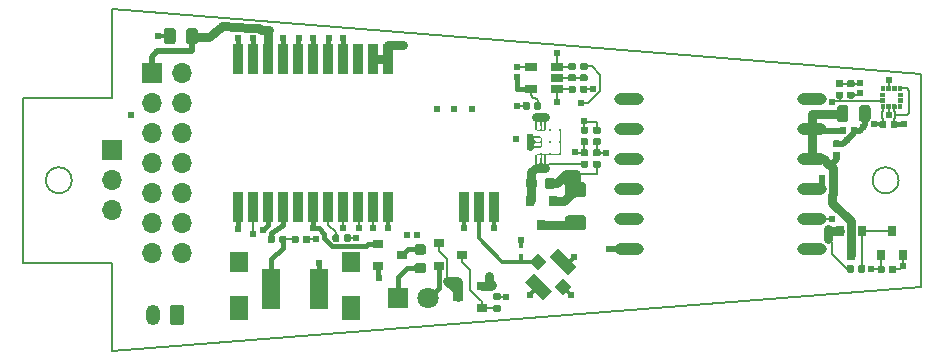
<source format=gtl>
G04 #@! TF.GenerationSoftware,KiCad,Pcbnew,5.1.5+dfsg1-2build2*
G04 #@! TF.CreationDate,2022-04-26T17:08:19+02:00*
G04 #@! TF.ProjectId,main,6d61696e-2e6b-4696-9361-645f70636258,rev?*
G04 #@! TF.SameCoordinates,Original*
G04 #@! TF.FileFunction,Copper,L1,Top*
G04 #@! TF.FilePolarity,Positive*
%FSLAX46Y46*%
G04 Gerber Fmt 4.6, Leading zero omitted, Abs format (unit mm)*
G04 Created by KiCad (PCBNEW 5.1.5+dfsg1-2build2) date 2022-04-26 17:08:19*
%MOMM*%
%LPD*%
G04 APERTURE LIST*
%ADD10C,0.150000*%
%ADD11C,1.800000*%
%ADD12R,1.800000X1.800000*%
%ADD13R,1.060000X0.650000*%
%ADD14R,0.800000X0.900000*%
%ADD15R,0.900000X0.800000*%
%ADD16O,2.500000X1.000000*%
%ADD17R,0.890000X2.600000*%
%ADD18C,0.300000*%
%ADD19R,0.340000X0.370000*%
%ADD20O,1.200000X1.750000*%
%ADD21R,1.700000X1.700000*%
%ADD22O,1.700000X1.700000*%
%ADD23R,1.650000X2.000000*%
%ADD24R,1.650000X1.800000*%
%ADD25R,1.500000X3.500000*%
%ADD26C,0.620000*%
%ADD27C,0.400000*%
%ADD28C,0.300000*%
%ADD29C,0.200000*%
%ADD30C,0.100000*%
%ADD31C,0.600000*%
%ADD32C,0.800000*%
%ADD33C,0.500000*%
G04 APERTURE END LIST*
D10*
X171100000Y-100000000D02*
G75*
G03X171100000Y-100000000I-1100000J0D01*
G01*
X101100000Y-100000000D02*
G75*
G03X101100000Y-100000000I-1100000J0D01*
G01*
X97000000Y-93000000D02*
X97000000Y-107000000D01*
X104500000Y-85500000D02*
X104500000Y-93000000D01*
X104500000Y-114500000D02*
X104500000Y-107000000D01*
X104500000Y-107000000D02*
X97000000Y-107000000D01*
X104500000Y-93000000D02*
X97000000Y-93000000D01*
X104500000Y-114500000D02*
X173000000Y-109000000D01*
X173000000Y-91000000D02*
X173000000Y-109000000D01*
X104500000Y-85500000D02*
X173000000Y-91000000D01*
D11*
X131260000Y-110000000D03*
D12*
X128720000Y-110000000D03*
G04 #@! TA.AperFunction,SMDPad,CuDef*
D10*
G36*
X142286397Y-105757968D02*
G01*
X143842032Y-107313603D01*
X143099569Y-108056066D01*
X141543934Y-106500431D01*
X142286397Y-105757968D01*
G37*
G04 #@! TD.AperFunction*
G04 #@! TA.AperFunction,SMDPad,CuDef*
G36*
X140200431Y-107843934D02*
G01*
X141756066Y-109399569D01*
X141013603Y-110142032D01*
X139457968Y-108586397D01*
X140200431Y-107843934D01*
G37*
G04 #@! TD.AperFunction*
G04 #@! TA.AperFunction,SMDPad,CuDef*
G36*
X142710660Y-108303553D02*
G01*
X143417767Y-109010660D01*
X142710660Y-109717767D01*
X142003553Y-109010660D01*
X142710660Y-108303553D01*
G37*
G04 #@! TD.AperFunction*
G04 #@! TA.AperFunction,SMDPad,CuDef*
G36*
X140589340Y-106182233D02*
G01*
X141296447Y-106889340D01*
X140589340Y-107596447D01*
X139882233Y-106889340D01*
X140589340Y-106182233D01*
G37*
G04 #@! TD.AperFunction*
G04 #@! TA.AperFunction,SMDPad,CuDef*
G36*
X140696958Y-93380710D02*
G01*
X140711276Y-93382834D01*
X140725317Y-93386351D01*
X140738946Y-93391228D01*
X140752031Y-93397417D01*
X140764447Y-93404858D01*
X140776073Y-93413481D01*
X140786798Y-93423202D01*
X140796519Y-93433927D01*
X140805142Y-93445553D01*
X140812583Y-93457969D01*
X140818772Y-93471054D01*
X140823649Y-93484683D01*
X140827166Y-93498724D01*
X140829290Y-93513042D01*
X140830000Y-93527500D01*
X140830000Y-93872500D01*
X140829290Y-93886958D01*
X140827166Y-93901276D01*
X140823649Y-93915317D01*
X140818772Y-93928946D01*
X140812583Y-93942031D01*
X140805142Y-93954447D01*
X140796519Y-93966073D01*
X140786798Y-93976798D01*
X140776073Y-93986519D01*
X140764447Y-93995142D01*
X140752031Y-94002583D01*
X140738946Y-94008772D01*
X140725317Y-94013649D01*
X140711276Y-94017166D01*
X140696958Y-94019290D01*
X140682500Y-94020000D01*
X140387500Y-94020000D01*
X140373042Y-94019290D01*
X140358724Y-94017166D01*
X140344683Y-94013649D01*
X140331054Y-94008772D01*
X140317969Y-94002583D01*
X140305553Y-93995142D01*
X140293927Y-93986519D01*
X140283202Y-93976798D01*
X140273481Y-93966073D01*
X140264858Y-93954447D01*
X140257417Y-93942031D01*
X140251228Y-93928946D01*
X140246351Y-93915317D01*
X140242834Y-93901276D01*
X140240710Y-93886958D01*
X140240000Y-93872500D01*
X140240000Y-93527500D01*
X140240710Y-93513042D01*
X140242834Y-93498724D01*
X140246351Y-93484683D01*
X140251228Y-93471054D01*
X140257417Y-93457969D01*
X140264858Y-93445553D01*
X140273481Y-93433927D01*
X140283202Y-93423202D01*
X140293927Y-93413481D01*
X140305553Y-93404858D01*
X140317969Y-93397417D01*
X140331054Y-93391228D01*
X140344683Y-93386351D01*
X140358724Y-93382834D01*
X140373042Y-93380710D01*
X140387500Y-93380000D01*
X140682500Y-93380000D01*
X140696958Y-93380710D01*
G37*
G04 #@! TD.AperFunction*
G04 #@! TA.AperFunction,SMDPad,CuDef*
G36*
X139726958Y-93380710D02*
G01*
X139741276Y-93382834D01*
X139755317Y-93386351D01*
X139768946Y-93391228D01*
X139782031Y-93397417D01*
X139794447Y-93404858D01*
X139806073Y-93413481D01*
X139816798Y-93423202D01*
X139826519Y-93433927D01*
X139835142Y-93445553D01*
X139842583Y-93457969D01*
X139848772Y-93471054D01*
X139853649Y-93484683D01*
X139857166Y-93498724D01*
X139859290Y-93513042D01*
X139860000Y-93527500D01*
X139860000Y-93872500D01*
X139859290Y-93886958D01*
X139857166Y-93901276D01*
X139853649Y-93915317D01*
X139848772Y-93928946D01*
X139842583Y-93942031D01*
X139835142Y-93954447D01*
X139826519Y-93966073D01*
X139816798Y-93976798D01*
X139806073Y-93986519D01*
X139794447Y-93995142D01*
X139782031Y-94002583D01*
X139768946Y-94008772D01*
X139755317Y-94013649D01*
X139741276Y-94017166D01*
X139726958Y-94019290D01*
X139712500Y-94020000D01*
X139417500Y-94020000D01*
X139403042Y-94019290D01*
X139388724Y-94017166D01*
X139374683Y-94013649D01*
X139361054Y-94008772D01*
X139347969Y-94002583D01*
X139335553Y-93995142D01*
X139323927Y-93986519D01*
X139313202Y-93976798D01*
X139303481Y-93966073D01*
X139294858Y-93954447D01*
X139287417Y-93942031D01*
X139281228Y-93928946D01*
X139276351Y-93915317D01*
X139272834Y-93901276D01*
X139270710Y-93886958D01*
X139270000Y-93872500D01*
X139270000Y-93527500D01*
X139270710Y-93513042D01*
X139272834Y-93498724D01*
X139276351Y-93484683D01*
X139281228Y-93471054D01*
X139287417Y-93457969D01*
X139294858Y-93445553D01*
X139303481Y-93433927D01*
X139313202Y-93423202D01*
X139323927Y-93413481D01*
X139335553Y-93404858D01*
X139347969Y-93397417D01*
X139361054Y-93391228D01*
X139374683Y-93386351D01*
X139388724Y-93382834D01*
X139403042Y-93380710D01*
X139417500Y-93380000D01*
X139712500Y-93380000D01*
X139726958Y-93380710D01*
G37*
G04 #@! TD.AperFunction*
D13*
X139950000Y-92300000D03*
X139950000Y-90400000D03*
X142150000Y-90400000D03*
X142150000Y-91350000D03*
X142150000Y-92300000D03*
D14*
X140850000Y-103750000D03*
X139900000Y-101750000D03*
X141800000Y-101750000D03*
X170550000Y-104300000D03*
X171500000Y-106300000D03*
X169600000Y-106300000D03*
X167050000Y-106300000D03*
X166100000Y-104300000D03*
X168000000Y-104300000D03*
D15*
X129050000Y-106350000D03*
X127050000Y-107300000D03*
X127050000Y-105400000D03*
X134150000Y-106300000D03*
X132150000Y-107250000D03*
X132150000Y-105350000D03*
X133800000Y-109900000D03*
X135800000Y-108950000D03*
X135800000Y-110850000D03*
G04 #@! TA.AperFunction,SMDPad,CuDef*
D10*
G36*
X137286958Y-110540710D02*
G01*
X137301276Y-110542834D01*
X137315317Y-110546351D01*
X137328946Y-110551228D01*
X137342031Y-110557417D01*
X137354447Y-110564858D01*
X137366073Y-110573481D01*
X137376798Y-110583202D01*
X137386519Y-110593927D01*
X137395142Y-110605553D01*
X137402583Y-110617969D01*
X137408772Y-110631054D01*
X137413649Y-110644683D01*
X137417166Y-110658724D01*
X137419290Y-110673042D01*
X137420000Y-110687500D01*
X137420000Y-110982500D01*
X137419290Y-110996958D01*
X137417166Y-111011276D01*
X137413649Y-111025317D01*
X137408772Y-111038946D01*
X137402583Y-111052031D01*
X137395142Y-111064447D01*
X137386519Y-111076073D01*
X137376798Y-111086798D01*
X137366073Y-111096519D01*
X137354447Y-111105142D01*
X137342031Y-111112583D01*
X137328946Y-111118772D01*
X137315317Y-111123649D01*
X137301276Y-111127166D01*
X137286958Y-111129290D01*
X137272500Y-111130000D01*
X136927500Y-111130000D01*
X136913042Y-111129290D01*
X136898724Y-111127166D01*
X136884683Y-111123649D01*
X136871054Y-111118772D01*
X136857969Y-111112583D01*
X136845553Y-111105142D01*
X136833927Y-111096519D01*
X136823202Y-111086798D01*
X136813481Y-111076073D01*
X136804858Y-111064447D01*
X136797417Y-111052031D01*
X136791228Y-111038946D01*
X136786351Y-111025317D01*
X136782834Y-111011276D01*
X136780710Y-110996958D01*
X136780000Y-110982500D01*
X136780000Y-110687500D01*
X136780710Y-110673042D01*
X136782834Y-110658724D01*
X136786351Y-110644683D01*
X136791228Y-110631054D01*
X136797417Y-110617969D01*
X136804858Y-110605553D01*
X136813481Y-110593927D01*
X136823202Y-110583202D01*
X136833927Y-110573481D01*
X136845553Y-110564858D01*
X136857969Y-110557417D01*
X136871054Y-110551228D01*
X136884683Y-110546351D01*
X136898724Y-110542834D01*
X136913042Y-110540710D01*
X136927500Y-110540000D01*
X137272500Y-110540000D01*
X137286958Y-110540710D01*
G37*
G04 #@! TD.AperFunction*
G04 #@! TA.AperFunction,SMDPad,CuDef*
G36*
X137286958Y-109570710D02*
G01*
X137301276Y-109572834D01*
X137315317Y-109576351D01*
X137328946Y-109581228D01*
X137342031Y-109587417D01*
X137354447Y-109594858D01*
X137366073Y-109603481D01*
X137376798Y-109613202D01*
X137386519Y-109623927D01*
X137395142Y-109635553D01*
X137402583Y-109647969D01*
X137408772Y-109661054D01*
X137413649Y-109674683D01*
X137417166Y-109688724D01*
X137419290Y-109703042D01*
X137420000Y-109717500D01*
X137420000Y-110012500D01*
X137419290Y-110026958D01*
X137417166Y-110041276D01*
X137413649Y-110055317D01*
X137408772Y-110068946D01*
X137402583Y-110082031D01*
X137395142Y-110094447D01*
X137386519Y-110106073D01*
X137376798Y-110116798D01*
X137366073Y-110126519D01*
X137354447Y-110135142D01*
X137342031Y-110142583D01*
X137328946Y-110148772D01*
X137315317Y-110153649D01*
X137301276Y-110157166D01*
X137286958Y-110159290D01*
X137272500Y-110160000D01*
X136927500Y-110160000D01*
X136913042Y-110159290D01*
X136898724Y-110157166D01*
X136884683Y-110153649D01*
X136871054Y-110148772D01*
X136857969Y-110142583D01*
X136845553Y-110135142D01*
X136833927Y-110126519D01*
X136823202Y-110116798D01*
X136813481Y-110106073D01*
X136804858Y-110094447D01*
X136797417Y-110082031D01*
X136791228Y-110068946D01*
X136786351Y-110055317D01*
X136782834Y-110041276D01*
X136780710Y-110026958D01*
X136780000Y-110012500D01*
X136780000Y-109717500D01*
X136780710Y-109703042D01*
X136782834Y-109688724D01*
X136786351Y-109674683D01*
X136791228Y-109661054D01*
X136797417Y-109647969D01*
X136804858Y-109635553D01*
X136813481Y-109623927D01*
X136823202Y-109613202D01*
X136833927Y-109603481D01*
X136845553Y-109594858D01*
X136857969Y-109587417D01*
X136871054Y-109581228D01*
X136884683Y-109576351D01*
X136898724Y-109572834D01*
X136913042Y-109570710D01*
X136927500Y-109570000D01*
X137272500Y-109570000D01*
X137286958Y-109570710D01*
G37*
G04 #@! TD.AperFunction*
G04 #@! TA.AperFunction,SMDPad,CuDef*
G36*
X143636958Y-90070710D02*
G01*
X143651276Y-90072834D01*
X143665317Y-90076351D01*
X143678946Y-90081228D01*
X143692031Y-90087417D01*
X143704447Y-90094858D01*
X143716073Y-90103481D01*
X143726798Y-90113202D01*
X143736519Y-90123927D01*
X143745142Y-90135553D01*
X143752583Y-90147969D01*
X143758772Y-90161054D01*
X143763649Y-90174683D01*
X143767166Y-90188724D01*
X143769290Y-90203042D01*
X143770000Y-90217500D01*
X143770000Y-90512500D01*
X143769290Y-90526958D01*
X143767166Y-90541276D01*
X143763649Y-90555317D01*
X143758772Y-90568946D01*
X143752583Y-90582031D01*
X143745142Y-90594447D01*
X143736519Y-90606073D01*
X143726798Y-90616798D01*
X143716073Y-90626519D01*
X143704447Y-90635142D01*
X143692031Y-90642583D01*
X143678946Y-90648772D01*
X143665317Y-90653649D01*
X143651276Y-90657166D01*
X143636958Y-90659290D01*
X143622500Y-90660000D01*
X143277500Y-90660000D01*
X143263042Y-90659290D01*
X143248724Y-90657166D01*
X143234683Y-90653649D01*
X143221054Y-90648772D01*
X143207969Y-90642583D01*
X143195553Y-90635142D01*
X143183927Y-90626519D01*
X143173202Y-90616798D01*
X143163481Y-90606073D01*
X143154858Y-90594447D01*
X143147417Y-90582031D01*
X143141228Y-90568946D01*
X143136351Y-90555317D01*
X143132834Y-90541276D01*
X143130710Y-90526958D01*
X143130000Y-90512500D01*
X143130000Y-90217500D01*
X143130710Y-90203042D01*
X143132834Y-90188724D01*
X143136351Y-90174683D01*
X143141228Y-90161054D01*
X143147417Y-90147969D01*
X143154858Y-90135553D01*
X143163481Y-90123927D01*
X143173202Y-90113202D01*
X143183927Y-90103481D01*
X143195553Y-90094858D01*
X143207969Y-90087417D01*
X143221054Y-90081228D01*
X143234683Y-90076351D01*
X143248724Y-90072834D01*
X143263042Y-90070710D01*
X143277500Y-90070000D01*
X143622500Y-90070000D01*
X143636958Y-90070710D01*
G37*
G04 #@! TD.AperFunction*
G04 #@! TA.AperFunction,SMDPad,CuDef*
G36*
X143636958Y-91040710D02*
G01*
X143651276Y-91042834D01*
X143665317Y-91046351D01*
X143678946Y-91051228D01*
X143692031Y-91057417D01*
X143704447Y-91064858D01*
X143716073Y-91073481D01*
X143726798Y-91083202D01*
X143736519Y-91093927D01*
X143745142Y-91105553D01*
X143752583Y-91117969D01*
X143758772Y-91131054D01*
X143763649Y-91144683D01*
X143767166Y-91158724D01*
X143769290Y-91173042D01*
X143770000Y-91187500D01*
X143770000Y-91482500D01*
X143769290Y-91496958D01*
X143767166Y-91511276D01*
X143763649Y-91525317D01*
X143758772Y-91538946D01*
X143752583Y-91552031D01*
X143745142Y-91564447D01*
X143736519Y-91576073D01*
X143726798Y-91586798D01*
X143716073Y-91596519D01*
X143704447Y-91605142D01*
X143692031Y-91612583D01*
X143678946Y-91618772D01*
X143665317Y-91623649D01*
X143651276Y-91627166D01*
X143636958Y-91629290D01*
X143622500Y-91630000D01*
X143277500Y-91630000D01*
X143263042Y-91629290D01*
X143248724Y-91627166D01*
X143234683Y-91623649D01*
X143221054Y-91618772D01*
X143207969Y-91612583D01*
X143195553Y-91605142D01*
X143183927Y-91596519D01*
X143173202Y-91586798D01*
X143163481Y-91576073D01*
X143154858Y-91564447D01*
X143147417Y-91552031D01*
X143141228Y-91538946D01*
X143136351Y-91525317D01*
X143132834Y-91511276D01*
X143130710Y-91496958D01*
X143130000Y-91482500D01*
X143130000Y-91187500D01*
X143130710Y-91173042D01*
X143132834Y-91158724D01*
X143136351Y-91144683D01*
X143141228Y-91131054D01*
X143147417Y-91117969D01*
X143154858Y-91105553D01*
X143163481Y-91093927D01*
X143173202Y-91083202D01*
X143183927Y-91073481D01*
X143195553Y-91064858D01*
X143207969Y-91057417D01*
X143221054Y-91051228D01*
X143234683Y-91046351D01*
X143248724Y-91042834D01*
X143263042Y-91040710D01*
X143277500Y-91040000D01*
X143622500Y-91040000D01*
X143636958Y-91040710D01*
G37*
G04 #@! TD.AperFunction*
G04 #@! TA.AperFunction,SMDPad,CuDef*
G36*
X144596958Y-91980710D02*
G01*
X144611276Y-91982834D01*
X144625317Y-91986351D01*
X144638946Y-91991228D01*
X144652031Y-91997417D01*
X144664447Y-92004858D01*
X144676073Y-92013481D01*
X144686798Y-92023202D01*
X144696519Y-92033927D01*
X144705142Y-92045553D01*
X144712583Y-92057969D01*
X144718772Y-92071054D01*
X144723649Y-92084683D01*
X144727166Y-92098724D01*
X144729290Y-92113042D01*
X144730000Y-92127500D01*
X144730000Y-92472500D01*
X144729290Y-92486958D01*
X144727166Y-92501276D01*
X144723649Y-92515317D01*
X144718772Y-92528946D01*
X144712583Y-92542031D01*
X144705142Y-92554447D01*
X144696519Y-92566073D01*
X144686798Y-92576798D01*
X144676073Y-92586519D01*
X144664447Y-92595142D01*
X144652031Y-92602583D01*
X144638946Y-92608772D01*
X144625317Y-92613649D01*
X144611276Y-92617166D01*
X144596958Y-92619290D01*
X144582500Y-92620000D01*
X144287500Y-92620000D01*
X144273042Y-92619290D01*
X144258724Y-92617166D01*
X144244683Y-92613649D01*
X144231054Y-92608772D01*
X144217969Y-92602583D01*
X144205553Y-92595142D01*
X144193927Y-92586519D01*
X144183202Y-92576798D01*
X144173481Y-92566073D01*
X144164858Y-92554447D01*
X144157417Y-92542031D01*
X144151228Y-92528946D01*
X144146351Y-92515317D01*
X144142834Y-92501276D01*
X144140710Y-92486958D01*
X144140000Y-92472500D01*
X144140000Y-92127500D01*
X144140710Y-92113042D01*
X144142834Y-92098724D01*
X144146351Y-92084683D01*
X144151228Y-92071054D01*
X144157417Y-92057969D01*
X144164858Y-92045553D01*
X144173481Y-92033927D01*
X144183202Y-92023202D01*
X144193927Y-92013481D01*
X144205553Y-92004858D01*
X144217969Y-91997417D01*
X144231054Y-91991228D01*
X144244683Y-91986351D01*
X144258724Y-91982834D01*
X144273042Y-91980710D01*
X144287500Y-91980000D01*
X144582500Y-91980000D01*
X144596958Y-91980710D01*
G37*
G04 #@! TD.AperFunction*
G04 #@! TA.AperFunction,SMDPad,CuDef*
G36*
X143626958Y-91980710D02*
G01*
X143641276Y-91982834D01*
X143655317Y-91986351D01*
X143668946Y-91991228D01*
X143682031Y-91997417D01*
X143694447Y-92004858D01*
X143706073Y-92013481D01*
X143716798Y-92023202D01*
X143726519Y-92033927D01*
X143735142Y-92045553D01*
X143742583Y-92057969D01*
X143748772Y-92071054D01*
X143753649Y-92084683D01*
X143757166Y-92098724D01*
X143759290Y-92113042D01*
X143760000Y-92127500D01*
X143760000Y-92472500D01*
X143759290Y-92486958D01*
X143757166Y-92501276D01*
X143753649Y-92515317D01*
X143748772Y-92528946D01*
X143742583Y-92542031D01*
X143735142Y-92554447D01*
X143726519Y-92566073D01*
X143716798Y-92576798D01*
X143706073Y-92586519D01*
X143694447Y-92595142D01*
X143682031Y-92602583D01*
X143668946Y-92608772D01*
X143655317Y-92613649D01*
X143641276Y-92617166D01*
X143626958Y-92619290D01*
X143612500Y-92620000D01*
X143317500Y-92620000D01*
X143303042Y-92619290D01*
X143288724Y-92617166D01*
X143274683Y-92613649D01*
X143261054Y-92608772D01*
X143247969Y-92602583D01*
X143235553Y-92595142D01*
X143223927Y-92586519D01*
X143213202Y-92576798D01*
X143203481Y-92566073D01*
X143194858Y-92554447D01*
X143187417Y-92542031D01*
X143181228Y-92528946D01*
X143176351Y-92515317D01*
X143172834Y-92501276D01*
X143170710Y-92486958D01*
X143170000Y-92472500D01*
X143170000Y-92127500D01*
X143170710Y-92113042D01*
X143172834Y-92098724D01*
X143176351Y-92084683D01*
X143181228Y-92071054D01*
X143187417Y-92057969D01*
X143194858Y-92045553D01*
X143203481Y-92033927D01*
X143213202Y-92023202D01*
X143223927Y-92013481D01*
X143235553Y-92004858D01*
X143247969Y-91997417D01*
X143261054Y-91991228D01*
X143274683Y-91986351D01*
X143288724Y-91982834D01*
X143303042Y-91980710D01*
X143317500Y-91980000D01*
X143612500Y-91980000D01*
X143626958Y-91980710D01*
G37*
G04 #@! TD.AperFunction*
G04 #@! TA.AperFunction,SMDPad,CuDef*
G36*
X144636958Y-90070710D02*
G01*
X144651276Y-90072834D01*
X144665317Y-90076351D01*
X144678946Y-90081228D01*
X144692031Y-90087417D01*
X144704447Y-90094858D01*
X144716073Y-90103481D01*
X144726798Y-90113202D01*
X144736519Y-90123927D01*
X144745142Y-90135553D01*
X144752583Y-90147969D01*
X144758772Y-90161054D01*
X144763649Y-90174683D01*
X144767166Y-90188724D01*
X144769290Y-90203042D01*
X144770000Y-90217500D01*
X144770000Y-90512500D01*
X144769290Y-90526958D01*
X144767166Y-90541276D01*
X144763649Y-90555317D01*
X144758772Y-90568946D01*
X144752583Y-90582031D01*
X144745142Y-90594447D01*
X144736519Y-90606073D01*
X144726798Y-90616798D01*
X144716073Y-90626519D01*
X144704447Y-90635142D01*
X144692031Y-90642583D01*
X144678946Y-90648772D01*
X144665317Y-90653649D01*
X144651276Y-90657166D01*
X144636958Y-90659290D01*
X144622500Y-90660000D01*
X144277500Y-90660000D01*
X144263042Y-90659290D01*
X144248724Y-90657166D01*
X144234683Y-90653649D01*
X144221054Y-90648772D01*
X144207969Y-90642583D01*
X144195553Y-90635142D01*
X144183927Y-90626519D01*
X144173202Y-90616798D01*
X144163481Y-90606073D01*
X144154858Y-90594447D01*
X144147417Y-90582031D01*
X144141228Y-90568946D01*
X144136351Y-90555317D01*
X144132834Y-90541276D01*
X144130710Y-90526958D01*
X144130000Y-90512500D01*
X144130000Y-90217500D01*
X144130710Y-90203042D01*
X144132834Y-90188724D01*
X144136351Y-90174683D01*
X144141228Y-90161054D01*
X144147417Y-90147969D01*
X144154858Y-90135553D01*
X144163481Y-90123927D01*
X144173202Y-90113202D01*
X144183927Y-90103481D01*
X144195553Y-90094858D01*
X144207969Y-90087417D01*
X144221054Y-90081228D01*
X144234683Y-90076351D01*
X144248724Y-90072834D01*
X144263042Y-90070710D01*
X144277500Y-90070000D01*
X144622500Y-90070000D01*
X144636958Y-90070710D01*
G37*
G04 #@! TD.AperFunction*
G04 #@! TA.AperFunction,SMDPad,CuDef*
G36*
X144636958Y-91040710D02*
G01*
X144651276Y-91042834D01*
X144665317Y-91046351D01*
X144678946Y-91051228D01*
X144692031Y-91057417D01*
X144704447Y-91064858D01*
X144716073Y-91073481D01*
X144726798Y-91083202D01*
X144736519Y-91093927D01*
X144745142Y-91105553D01*
X144752583Y-91117969D01*
X144758772Y-91131054D01*
X144763649Y-91144683D01*
X144767166Y-91158724D01*
X144769290Y-91173042D01*
X144770000Y-91187500D01*
X144770000Y-91482500D01*
X144769290Y-91496958D01*
X144767166Y-91511276D01*
X144763649Y-91525317D01*
X144758772Y-91538946D01*
X144752583Y-91552031D01*
X144745142Y-91564447D01*
X144736519Y-91576073D01*
X144726798Y-91586798D01*
X144716073Y-91596519D01*
X144704447Y-91605142D01*
X144692031Y-91612583D01*
X144678946Y-91618772D01*
X144665317Y-91623649D01*
X144651276Y-91627166D01*
X144636958Y-91629290D01*
X144622500Y-91630000D01*
X144277500Y-91630000D01*
X144263042Y-91629290D01*
X144248724Y-91627166D01*
X144234683Y-91623649D01*
X144221054Y-91618772D01*
X144207969Y-91612583D01*
X144195553Y-91605142D01*
X144183927Y-91596519D01*
X144173202Y-91586798D01*
X144163481Y-91576073D01*
X144154858Y-91564447D01*
X144147417Y-91552031D01*
X144141228Y-91538946D01*
X144136351Y-91525317D01*
X144132834Y-91511276D01*
X144130710Y-91496958D01*
X144130000Y-91482500D01*
X144130000Y-91187500D01*
X144130710Y-91173042D01*
X144132834Y-91158724D01*
X144136351Y-91144683D01*
X144141228Y-91131054D01*
X144147417Y-91117969D01*
X144154858Y-91105553D01*
X144163481Y-91093927D01*
X144173202Y-91083202D01*
X144183927Y-91073481D01*
X144195553Y-91064858D01*
X144207969Y-91057417D01*
X144221054Y-91051228D01*
X144234683Y-91046351D01*
X144248724Y-91042834D01*
X144263042Y-91040710D01*
X144277500Y-91040000D01*
X144622500Y-91040000D01*
X144636958Y-91040710D01*
G37*
G04 #@! TD.AperFunction*
D16*
X148250000Y-93150000D03*
X148250000Y-95690000D03*
X148250000Y-98230000D03*
X148250000Y-100770000D03*
X148250000Y-103310000D03*
X148250000Y-105850000D03*
X163750000Y-93150000D03*
X163750000Y-95690000D03*
X163750000Y-98230000D03*
X163750000Y-100770000D03*
X163750000Y-103310000D03*
X163750000Y-105850000D03*
G04 #@! TA.AperFunction,SMDPad,CuDef*
D10*
G36*
X144686958Y-97370710D02*
G01*
X144701276Y-97372834D01*
X144715317Y-97376351D01*
X144728946Y-97381228D01*
X144742031Y-97387417D01*
X144754447Y-97394858D01*
X144766073Y-97403481D01*
X144776798Y-97413202D01*
X144786519Y-97423927D01*
X144795142Y-97435553D01*
X144802583Y-97447969D01*
X144808772Y-97461054D01*
X144813649Y-97474683D01*
X144817166Y-97488724D01*
X144819290Y-97503042D01*
X144820000Y-97517500D01*
X144820000Y-97812500D01*
X144819290Y-97826958D01*
X144817166Y-97841276D01*
X144813649Y-97855317D01*
X144808772Y-97868946D01*
X144802583Y-97882031D01*
X144795142Y-97894447D01*
X144786519Y-97906073D01*
X144776798Y-97916798D01*
X144766073Y-97926519D01*
X144754447Y-97935142D01*
X144742031Y-97942583D01*
X144728946Y-97948772D01*
X144715317Y-97953649D01*
X144701276Y-97957166D01*
X144686958Y-97959290D01*
X144672500Y-97960000D01*
X144327500Y-97960000D01*
X144313042Y-97959290D01*
X144298724Y-97957166D01*
X144284683Y-97953649D01*
X144271054Y-97948772D01*
X144257969Y-97942583D01*
X144245553Y-97935142D01*
X144233927Y-97926519D01*
X144223202Y-97916798D01*
X144213481Y-97906073D01*
X144204858Y-97894447D01*
X144197417Y-97882031D01*
X144191228Y-97868946D01*
X144186351Y-97855317D01*
X144182834Y-97841276D01*
X144180710Y-97826958D01*
X144180000Y-97812500D01*
X144180000Y-97517500D01*
X144180710Y-97503042D01*
X144182834Y-97488724D01*
X144186351Y-97474683D01*
X144191228Y-97461054D01*
X144197417Y-97447969D01*
X144204858Y-97435553D01*
X144213481Y-97423927D01*
X144223202Y-97413202D01*
X144233927Y-97403481D01*
X144245553Y-97394858D01*
X144257969Y-97387417D01*
X144271054Y-97381228D01*
X144284683Y-97376351D01*
X144298724Y-97372834D01*
X144313042Y-97370710D01*
X144327500Y-97370000D01*
X144672500Y-97370000D01*
X144686958Y-97370710D01*
G37*
G04 #@! TD.AperFunction*
G04 #@! TA.AperFunction,SMDPad,CuDef*
G36*
X144686958Y-98340710D02*
G01*
X144701276Y-98342834D01*
X144715317Y-98346351D01*
X144728946Y-98351228D01*
X144742031Y-98357417D01*
X144754447Y-98364858D01*
X144766073Y-98373481D01*
X144776798Y-98383202D01*
X144786519Y-98393927D01*
X144795142Y-98405553D01*
X144802583Y-98417969D01*
X144808772Y-98431054D01*
X144813649Y-98444683D01*
X144817166Y-98458724D01*
X144819290Y-98473042D01*
X144820000Y-98487500D01*
X144820000Y-98782500D01*
X144819290Y-98796958D01*
X144817166Y-98811276D01*
X144813649Y-98825317D01*
X144808772Y-98838946D01*
X144802583Y-98852031D01*
X144795142Y-98864447D01*
X144786519Y-98876073D01*
X144776798Y-98886798D01*
X144766073Y-98896519D01*
X144754447Y-98905142D01*
X144742031Y-98912583D01*
X144728946Y-98918772D01*
X144715317Y-98923649D01*
X144701276Y-98927166D01*
X144686958Y-98929290D01*
X144672500Y-98930000D01*
X144327500Y-98930000D01*
X144313042Y-98929290D01*
X144298724Y-98927166D01*
X144284683Y-98923649D01*
X144271054Y-98918772D01*
X144257969Y-98912583D01*
X144245553Y-98905142D01*
X144233927Y-98896519D01*
X144223202Y-98886798D01*
X144213481Y-98876073D01*
X144204858Y-98864447D01*
X144197417Y-98852031D01*
X144191228Y-98838946D01*
X144186351Y-98825317D01*
X144182834Y-98811276D01*
X144180710Y-98796958D01*
X144180000Y-98782500D01*
X144180000Y-98487500D01*
X144180710Y-98473042D01*
X144182834Y-98458724D01*
X144186351Y-98444683D01*
X144191228Y-98431054D01*
X144197417Y-98417969D01*
X144204858Y-98405553D01*
X144213481Y-98393927D01*
X144223202Y-98383202D01*
X144233927Y-98373481D01*
X144245553Y-98364858D01*
X144257969Y-98357417D01*
X144271054Y-98351228D01*
X144284683Y-98346351D01*
X144298724Y-98342834D01*
X144313042Y-98340710D01*
X144327500Y-98340000D01*
X144672500Y-98340000D01*
X144686958Y-98340710D01*
G37*
G04 #@! TD.AperFunction*
G04 #@! TA.AperFunction,SMDPad,CuDef*
G36*
X144686958Y-95470710D02*
G01*
X144701276Y-95472834D01*
X144715317Y-95476351D01*
X144728946Y-95481228D01*
X144742031Y-95487417D01*
X144754447Y-95494858D01*
X144766073Y-95503481D01*
X144776798Y-95513202D01*
X144786519Y-95523927D01*
X144795142Y-95535553D01*
X144802583Y-95547969D01*
X144808772Y-95561054D01*
X144813649Y-95574683D01*
X144817166Y-95588724D01*
X144819290Y-95603042D01*
X144820000Y-95617500D01*
X144820000Y-95912500D01*
X144819290Y-95926958D01*
X144817166Y-95941276D01*
X144813649Y-95955317D01*
X144808772Y-95968946D01*
X144802583Y-95982031D01*
X144795142Y-95994447D01*
X144786519Y-96006073D01*
X144776798Y-96016798D01*
X144766073Y-96026519D01*
X144754447Y-96035142D01*
X144742031Y-96042583D01*
X144728946Y-96048772D01*
X144715317Y-96053649D01*
X144701276Y-96057166D01*
X144686958Y-96059290D01*
X144672500Y-96060000D01*
X144327500Y-96060000D01*
X144313042Y-96059290D01*
X144298724Y-96057166D01*
X144284683Y-96053649D01*
X144271054Y-96048772D01*
X144257969Y-96042583D01*
X144245553Y-96035142D01*
X144233927Y-96026519D01*
X144223202Y-96016798D01*
X144213481Y-96006073D01*
X144204858Y-95994447D01*
X144197417Y-95982031D01*
X144191228Y-95968946D01*
X144186351Y-95955317D01*
X144182834Y-95941276D01*
X144180710Y-95926958D01*
X144180000Y-95912500D01*
X144180000Y-95617500D01*
X144180710Y-95603042D01*
X144182834Y-95588724D01*
X144186351Y-95574683D01*
X144191228Y-95561054D01*
X144197417Y-95547969D01*
X144204858Y-95535553D01*
X144213481Y-95523927D01*
X144223202Y-95513202D01*
X144233927Y-95503481D01*
X144245553Y-95494858D01*
X144257969Y-95487417D01*
X144271054Y-95481228D01*
X144284683Y-95476351D01*
X144298724Y-95472834D01*
X144313042Y-95470710D01*
X144327500Y-95470000D01*
X144672500Y-95470000D01*
X144686958Y-95470710D01*
G37*
G04 #@! TD.AperFunction*
G04 #@! TA.AperFunction,SMDPad,CuDef*
G36*
X144686958Y-96440710D02*
G01*
X144701276Y-96442834D01*
X144715317Y-96446351D01*
X144728946Y-96451228D01*
X144742031Y-96457417D01*
X144754447Y-96464858D01*
X144766073Y-96473481D01*
X144776798Y-96483202D01*
X144786519Y-96493927D01*
X144795142Y-96505553D01*
X144802583Y-96517969D01*
X144808772Y-96531054D01*
X144813649Y-96544683D01*
X144817166Y-96558724D01*
X144819290Y-96573042D01*
X144820000Y-96587500D01*
X144820000Y-96882500D01*
X144819290Y-96896958D01*
X144817166Y-96911276D01*
X144813649Y-96925317D01*
X144808772Y-96938946D01*
X144802583Y-96952031D01*
X144795142Y-96964447D01*
X144786519Y-96976073D01*
X144776798Y-96986798D01*
X144766073Y-96996519D01*
X144754447Y-97005142D01*
X144742031Y-97012583D01*
X144728946Y-97018772D01*
X144715317Y-97023649D01*
X144701276Y-97027166D01*
X144686958Y-97029290D01*
X144672500Y-97030000D01*
X144327500Y-97030000D01*
X144313042Y-97029290D01*
X144298724Y-97027166D01*
X144284683Y-97023649D01*
X144271054Y-97018772D01*
X144257969Y-97012583D01*
X144245553Y-97005142D01*
X144233927Y-96996519D01*
X144223202Y-96986798D01*
X144213481Y-96976073D01*
X144204858Y-96964447D01*
X144197417Y-96952031D01*
X144191228Y-96938946D01*
X144186351Y-96925317D01*
X144182834Y-96911276D01*
X144180710Y-96896958D01*
X144180000Y-96882500D01*
X144180000Y-96587500D01*
X144180710Y-96573042D01*
X144182834Y-96558724D01*
X144186351Y-96544683D01*
X144191228Y-96531054D01*
X144197417Y-96517969D01*
X144204858Y-96505553D01*
X144213481Y-96493927D01*
X144223202Y-96483202D01*
X144233927Y-96473481D01*
X144245553Y-96464858D01*
X144257969Y-96457417D01*
X144271054Y-96451228D01*
X144284683Y-96446351D01*
X144298724Y-96442834D01*
X144313042Y-96440710D01*
X144327500Y-96440000D01*
X144672500Y-96440000D01*
X144686958Y-96440710D01*
G37*
G04 #@! TD.AperFunction*
G04 #@! TA.AperFunction,SMDPad,CuDef*
G36*
X144399504Y-100176204D02*
G01*
X144423773Y-100179804D01*
X144447571Y-100185765D01*
X144470671Y-100194030D01*
X144492849Y-100204520D01*
X144513893Y-100217133D01*
X144533598Y-100231747D01*
X144551777Y-100248223D01*
X144568253Y-100266402D01*
X144582867Y-100286107D01*
X144595480Y-100307151D01*
X144605970Y-100329329D01*
X144614235Y-100352429D01*
X144620196Y-100376227D01*
X144623796Y-100400496D01*
X144625000Y-100425000D01*
X144625000Y-101175000D01*
X144623796Y-101199504D01*
X144620196Y-101223773D01*
X144614235Y-101247571D01*
X144605970Y-101270671D01*
X144595480Y-101292849D01*
X144582867Y-101313893D01*
X144568253Y-101333598D01*
X144551777Y-101351777D01*
X144533598Y-101368253D01*
X144513893Y-101382867D01*
X144492849Y-101395480D01*
X144470671Y-101405970D01*
X144447571Y-101414235D01*
X144423773Y-101420196D01*
X144399504Y-101423796D01*
X144375000Y-101425000D01*
X143125000Y-101425000D01*
X143100496Y-101423796D01*
X143076227Y-101420196D01*
X143052429Y-101414235D01*
X143029329Y-101405970D01*
X143007151Y-101395480D01*
X142986107Y-101382867D01*
X142966402Y-101368253D01*
X142948223Y-101351777D01*
X142931747Y-101333598D01*
X142917133Y-101313893D01*
X142904520Y-101292849D01*
X142894030Y-101270671D01*
X142885765Y-101247571D01*
X142879804Y-101223773D01*
X142876204Y-101199504D01*
X142875000Y-101175000D01*
X142875000Y-100425000D01*
X142876204Y-100400496D01*
X142879804Y-100376227D01*
X142885765Y-100352429D01*
X142894030Y-100329329D01*
X142904520Y-100307151D01*
X142917133Y-100286107D01*
X142931747Y-100266402D01*
X142948223Y-100248223D01*
X142966402Y-100231747D01*
X142986107Y-100217133D01*
X143007151Y-100204520D01*
X143029329Y-100194030D01*
X143052429Y-100185765D01*
X143076227Y-100179804D01*
X143100496Y-100176204D01*
X143125000Y-100175000D01*
X144375000Y-100175000D01*
X144399504Y-100176204D01*
G37*
G04 #@! TD.AperFunction*
G04 #@! TA.AperFunction,SMDPad,CuDef*
G36*
X144399504Y-102976204D02*
G01*
X144423773Y-102979804D01*
X144447571Y-102985765D01*
X144470671Y-102994030D01*
X144492849Y-103004520D01*
X144513893Y-103017133D01*
X144533598Y-103031747D01*
X144551777Y-103048223D01*
X144568253Y-103066402D01*
X144582867Y-103086107D01*
X144595480Y-103107151D01*
X144605970Y-103129329D01*
X144614235Y-103152429D01*
X144620196Y-103176227D01*
X144623796Y-103200496D01*
X144625000Y-103225000D01*
X144625000Y-103975000D01*
X144623796Y-103999504D01*
X144620196Y-104023773D01*
X144614235Y-104047571D01*
X144605970Y-104070671D01*
X144595480Y-104092849D01*
X144582867Y-104113893D01*
X144568253Y-104133598D01*
X144551777Y-104151777D01*
X144533598Y-104168253D01*
X144513893Y-104182867D01*
X144492849Y-104195480D01*
X144470671Y-104205970D01*
X144447571Y-104214235D01*
X144423773Y-104220196D01*
X144399504Y-104223796D01*
X144375000Y-104225000D01*
X143125000Y-104225000D01*
X143100496Y-104223796D01*
X143076227Y-104220196D01*
X143052429Y-104214235D01*
X143029329Y-104205970D01*
X143007151Y-104195480D01*
X142986107Y-104182867D01*
X142966402Y-104168253D01*
X142948223Y-104151777D01*
X142931747Y-104133598D01*
X142917133Y-104113893D01*
X142904520Y-104092849D01*
X142894030Y-104070671D01*
X142885765Y-104047571D01*
X142879804Y-104023773D01*
X142876204Y-103999504D01*
X142875000Y-103975000D01*
X142875000Y-103225000D01*
X142876204Y-103200496D01*
X142879804Y-103176227D01*
X142885765Y-103152429D01*
X142894030Y-103129329D01*
X142904520Y-103107151D01*
X142917133Y-103086107D01*
X142931747Y-103066402D01*
X142948223Y-103048223D01*
X142966402Y-103031747D01*
X142986107Y-103017133D01*
X143007151Y-103004520D01*
X143029329Y-102994030D01*
X143052429Y-102985765D01*
X143076227Y-102979804D01*
X143100496Y-102976204D01*
X143125000Y-102975000D01*
X144375000Y-102975000D01*
X144399504Y-102976204D01*
G37*
G04 #@! TD.AperFunction*
D17*
X136825000Y-102250000D03*
X135555000Y-102250000D03*
X134285000Y-102250000D03*
X127905000Y-102250000D03*
X126635000Y-102250000D03*
X125365000Y-102250000D03*
X124095000Y-102250000D03*
X122825000Y-102250000D03*
X121555000Y-102250000D03*
X120285000Y-102250000D03*
X119015000Y-102250000D03*
X117745000Y-102250000D03*
X116475000Y-102250000D03*
X115205000Y-102250000D03*
X115205000Y-89750000D03*
X116475000Y-89750000D03*
X117745000Y-89750000D03*
X119015000Y-89750000D03*
X120285000Y-89750000D03*
X121555000Y-89750000D03*
X122825000Y-89750000D03*
X124095000Y-89750000D03*
X125365000Y-89750000D03*
X126635000Y-89750000D03*
X127905000Y-89750000D03*
D18*
X142400000Y-95750000D03*
X142400000Y-96750000D03*
X142400000Y-97750000D03*
X141600000Y-95750000D03*
X141600000Y-96750000D03*
X141600000Y-97750000D03*
X140800000Y-95750000D03*
X140800000Y-96750000D03*
X140800000Y-97750000D03*
G04 #@! TA.AperFunction,SMDPad,CuDef*
D10*
G36*
X145736958Y-98355710D02*
G01*
X145751276Y-98357834D01*
X145765317Y-98361351D01*
X145778946Y-98366228D01*
X145792031Y-98372417D01*
X145804447Y-98379858D01*
X145816073Y-98388481D01*
X145826798Y-98398202D01*
X145836519Y-98408927D01*
X145845142Y-98420553D01*
X145852583Y-98432969D01*
X145858772Y-98446054D01*
X145863649Y-98459683D01*
X145867166Y-98473724D01*
X145869290Y-98488042D01*
X145870000Y-98502500D01*
X145870000Y-98797500D01*
X145869290Y-98811958D01*
X145867166Y-98826276D01*
X145863649Y-98840317D01*
X145858772Y-98853946D01*
X145852583Y-98867031D01*
X145845142Y-98879447D01*
X145836519Y-98891073D01*
X145826798Y-98901798D01*
X145816073Y-98911519D01*
X145804447Y-98920142D01*
X145792031Y-98927583D01*
X145778946Y-98933772D01*
X145765317Y-98938649D01*
X145751276Y-98942166D01*
X145736958Y-98944290D01*
X145722500Y-98945000D01*
X145377500Y-98945000D01*
X145363042Y-98944290D01*
X145348724Y-98942166D01*
X145334683Y-98938649D01*
X145321054Y-98933772D01*
X145307969Y-98927583D01*
X145295553Y-98920142D01*
X145283927Y-98911519D01*
X145273202Y-98901798D01*
X145263481Y-98891073D01*
X145254858Y-98879447D01*
X145247417Y-98867031D01*
X145241228Y-98853946D01*
X145236351Y-98840317D01*
X145232834Y-98826276D01*
X145230710Y-98811958D01*
X145230000Y-98797500D01*
X145230000Y-98502500D01*
X145230710Y-98488042D01*
X145232834Y-98473724D01*
X145236351Y-98459683D01*
X145241228Y-98446054D01*
X145247417Y-98432969D01*
X145254858Y-98420553D01*
X145263481Y-98408927D01*
X145273202Y-98398202D01*
X145283927Y-98388481D01*
X145295553Y-98379858D01*
X145307969Y-98372417D01*
X145321054Y-98366228D01*
X145334683Y-98361351D01*
X145348724Y-98357834D01*
X145363042Y-98355710D01*
X145377500Y-98355000D01*
X145722500Y-98355000D01*
X145736958Y-98355710D01*
G37*
G04 #@! TD.AperFunction*
G04 #@! TA.AperFunction,SMDPad,CuDef*
G36*
X145736958Y-97385710D02*
G01*
X145751276Y-97387834D01*
X145765317Y-97391351D01*
X145778946Y-97396228D01*
X145792031Y-97402417D01*
X145804447Y-97409858D01*
X145816073Y-97418481D01*
X145826798Y-97428202D01*
X145836519Y-97438927D01*
X145845142Y-97450553D01*
X145852583Y-97462969D01*
X145858772Y-97476054D01*
X145863649Y-97489683D01*
X145867166Y-97503724D01*
X145869290Y-97518042D01*
X145870000Y-97532500D01*
X145870000Y-97827500D01*
X145869290Y-97841958D01*
X145867166Y-97856276D01*
X145863649Y-97870317D01*
X145858772Y-97883946D01*
X145852583Y-97897031D01*
X145845142Y-97909447D01*
X145836519Y-97921073D01*
X145826798Y-97931798D01*
X145816073Y-97941519D01*
X145804447Y-97950142D01*
X145792031Y-97957583D01*
X145778946Y-97963772D01*
X145765317Y-97968649D01*
X145751276Y-97972166D01*
X145736958Y-97974290D01*
X145722500Y-97975000D01*
X145377500Y-97975000D01*
X145363042Y-97974290D01*
X145348724Y-97972166D01*
X145334683Y-97968649D01*
X145321054Y-97963772D01*
X145307969Y-97957583D01*
X145295553Y-97950142D01*
X145283927Y-97941519D01*
X145273202Y-97931798D01*
X145263481Y-97921073D01*
X145254858Y-97909447D01*
X145247417Y-97897031D01*
X145241228Y-97883946D01*
X145236351Y-97870317D01*
X145232834Y-97856276D01*
X145230710Y-97841958D01*
X145230000Y-97827500D01*
X145230000Y-97532500D01*
X145230710Y-97518042D01*
X145232834Y-97503724D01*
X145236351Y-97489683D01*
X145241228Y-97476054D01*
X145247417Y-97462969D01*
X145254858Y-97450553D01*
X145263481Y-97438927D01*
X145273202Y-97428202D01*
X145283927Y-97418481D01*
X145295553Y-97409858D01*
X145307969Y-97402417D01*
X145321054Y-97396228D01*
X145334683Y-97391351D01*
X145348724Y-97387834D01*
X145363042Y-97385710D01*
X145377500Y-97385000D01*
X145722500Y-97385000D01*
X145736958Y-97385710D01*
G37*
G04 #@! TD.AperFunction*
G04 #@! TA.AperFunction,SMDPad,CuDef*
G36*
X169926958Y-94955710D02*
G01*
X169941276Y-94957834D01*
X169955317Y-94961351D01*
X169968946Y-94966228D01*
X169982031Y-94972417D01*
X169994447Y-94979858D01*
X170006073Y-94988481D01*
X170016798Y-94998202D01*
X170026519Y-95008927D01*
X170035142Y-95020553D01*
X170042583Y-95032969D01*
X170048772Y-95046054D01*
X170053649Y-95059683D01*
X170057166Y-95073724D01*
X170059290Y-95088042D01*
X170060000Y-95102500D01*
X170060000Y-95447500D01*
X170059290Y-95461958D01*
X170057166Y-95476276D01*
X170053649Y-95490317D01*
X170048772Y-95503946D01*
X170042583Y-95517031D01*
X170035142Y-95529447D01*
X170026519Y-95541073D01*
X170016798Y-95551798D01*
X170006073Y-95561519D01*
X169994447Y-95570142D01*
X169982031Y-95577583D01*
X169968946Y-95583772D01*
X169955317Y-95588649D01*
X169941276Y-95592166D01*
X169926958Y-95594290D01*
X169912500Y-95595000D01*
X169617500Y-95595000D01*
X169603042Y-95594290D01*
X169588724Y-95592166D01*
X169574683Y-95588649D01*
X169561054Y-95583772D01*
X169547969Y-95577583D01*
X169535553Y-95570142D01*
X169523927Y-95561519D01*
X169513202Y-95551798D01*
X169503481Y-95541073D01*
X169494858Y-95529447D01*
X169487417Y-95517031D01*
X169481228Y-95503946D01*
X169476351Y-95490317D01*
X169472834Y-95476276D01*
X169470710Y-95461958D01*
X169470000Y-95447500D01*
X169470000Y-95102500D01*
X169470710Y-95088042D01*
X169472834Y-95073724D01*
X169476351Y-95059683D01*
X169481228Y-95046054D01*
X169487417Y-95032969D01*
X169494858Y-95020553D01*
X169503481Y-95008927D01*
X169513202Y-94998202D01*
X169523927Y-94988481D01*
X169535553Y-94979858D01*
X169547969Y-94972417D01*
X169561054Y-94966228D01*
X169574683Y-94961351D01*
X169588724Y-94957834D01*
X169603042Y-94955710D01*
X169617500Y-94955000D01*
X169912500Y-94955000D01*
X169926958Y-94955710D01*
G37*
G04 #@! TD.AperFunction*
G04 #@! TA.AperFunction,SMDPad,CuDef*
G36*
X170896958Y-94955710D02*
G01*
X170911276Y-94957834D01*
X170925317Y-94961351D01*
X170938946Y-94966228D01*
X170952031Y-94972417D01*
X170964447Y-94979858D01*
X170976073Y-94988481D01*
X170986798Y-94998202D01*
X170996519Y-95008927D01*
X171005142Y-95020553D01*
X171012583Y-95032969D01*
X171018772Y-95046054D01*
X171023649Y-95059683D01*
X171027166Y-95073724D01*
X171029290Y-95088042D01*
X171030000Y-95102500D01*
X171030000Y-95447500D01*
X171029290Y-95461958D01*
X171027166Y-95476276D01*
X171023649Y-95490317D01*
X171018772Y-95503946D01*
X171012583Y-95517031D01*
X171005142Y-95529447D01*
X170996519Y-95541073D01*
X170986798Y-95551798D01*
X170976073Y-95561519D01*
X170964447Y-95570142D01*
X170952031Y-95577583D01*
X170938946Y-95583772D01*
X170925317Y-95588649D01*
X170911276Y-95592166D01*
X170896958Y-95594290D01*
X170882500Y-95595000D01*
X170587500Y-95595000D01*
X170573042Y-95594290D01*
X170558724Y-95592166D01*
X170544683Y-95588649D01*
X170531054Y-95583772D01*
X170517969Y-95577583D01*
X170505553Y-95570142D01*
X170493927Y-95561519D01*
X170483202Y-95551798D01*
X170473481Y-95541073D01*
X170464858Y-95529447D01*
X170457417Y-95517031D01*
X170451228Y-95503946D01*
X170446351Y-95490317D01*
X170442834Y-95476276D01*
X170440710Y-95461958D01*
X170440000Y-95447500D01*
X170440000Y-95102500D01*
X170440710Y-95088042D01*
X170442834Y-95073724D01*
X170446351Y-95059683D01*
X170451228Y-95046054D01*
X170457417Y-95032969D01*
X170464858Y-95020553D01*
X170473481Y-95008927D01*
X170483202Y-94998202D01*
X170493927Y-94988481D01*
X170505553Y-94979858D01*
X170517969Y-94972417D01*
X170531054Y-94966228D01*
X170544683Y-94961351D01*
X170558724Y-94957834D01*
X170573042Y-94955710D01*
X170587500Y-94955000D01*
X170882500Y-94955000D01*
X170896958Y-94955710D01*
G37*
G04 #@! TD.AperFunction*
G04 #@! TA.AperFunction,SMDPad,CuDef*
G36*
X111542642Y-87101174D02*
G01*
X111566303Y-87104684D01*
X111589507Y-87110496D01*
X111612029Y-87118554D01*
X111633653Y-87128782D01*
X111654170Y-87141079D01*
X111673383Y-87155329D01*
X111691107Y-87171393D01*
X111707171Y-87189117D01*
X111721421Y-87208330D01*
X111733718Y-87228847D01*
X111743946Y-87250471D01*
X111752004Y-87272993D01*
X111757816Y-87296197D01*
X111761326Y-87319858D01*
X111762500Y-87343750D01*
X111762500Y-88256250D01*
X111761326Y-88280142D01*
X111757816Y-88303803D01*
X111752004Y-88327007D01*
X111743946Y-88349529D01*
X111733718Y-88371153D01*
X111721421Y-88391670D01*
X111707171Y-88410883D01*
X111691107Y-88428607D01*
X111673383Y-88444671D01*
X111654170Y-88458921D01*
X111633653Y-88471218D01*
X111612029Y-88481446D01*
X111589507Y-88489504D01*
X111566303Y-88495316D01*
X111542642Y-88498826D01*
X111518750Y-88500000D01*
X111031250Y-88500000D01*
X111007358Y-88498826D01*
X110983697Y-88495316D01*
X110960493Y-88489504D01*
X110937971Y-88481446D01*
X110916347Y-88471218D01*
X110895830Y-88458921D01*
X110876617Y-88444671D01*
X110858893Y-88428607D01*
X110842829Y-88410883D01*
X110828579Y-88391670D01*
X110816282Y-88371153D01*
X110806054Y-88349529D01*
X110797996Y-88327007D01*
X110792184Y-88303803D01*
X110788674Y-88280142D01*
X110787500Y-88256250D01*
X110787500Y-87343750D01*
X110788674Y-87319858D01*
X110792184Y-87296197D01*
X110797996Y-87272993D01*
X110806054Y-87250471D01*
X110816282Y-87228847D01*
X110828579Y-87208330D01*
X110842829Y-87189117D01*
X110858893Y-87171393D01*
X110876617Y-87155329D01*
X110895830Y-87141079D01*
X110916347Y-87128782D01*
X110937971Y-87118554D01*
X110960493Y-87110496D01*
X110983697Y-87104684D01*
X111007358Y-87101174D01*
X111031250Y-87100000D01*
X111518750Y-87100000D01*
X111542642Y-87101174D01*
G37*
G04 #@! TD.AperFunction*
G04 #@! TA.AperFunction,SMDPad,CuDef*
G36*
X109667642Y-87101174D02*
G01*
X109691303Y-87104684D01*
X109714507Y-87110496D01*
X109737029Y-87118554D01*
X109758653Y-87128782D01*
X109779170Y-87141079D01*
X109798383Y-87155329D01*
X109816107Y-87171393D01*
X109832171Y-87189117D01*
X109846421Y-87208330D01*
X109858718Y-87228847D01*
X109868946Y-87250471D01*
X109877004Y-87272993D01*
X109882816Y-87296197D01*
X109886326Y-87319858D01*
X109887500Y-87343750D01*
X109887500Y-88256250D01*
X109886326Y-88280142D01*
X109882816Y-88303803D01*
X109877004Y-88327007D01*
X109868946Y-88349529D01*
X109858718Y-88371153D01*
X109846421Y-88391670D01*
X109832171Y-88410883D01*
X109816107Y-88428607D01*
X109798383Y-88444671D01*
X109779170Y-88458921D01*
X109758653Y-88471218D01*
X109737029Y-88481446D01*
X109714507Y-88489504D01*
X109691303Y-88495316D01*
X109667642Y-88498826D01*
X109643750Y-88500000D01*
X109156250Y-88500000D01*
X109132358Y-88498826D01*
X109108697Y-88495316D01*
X109085493Y-88489504D01*
X109062971Y-88481446D01*
X109041347Y-88471218D01*
X109020830Y-88458921D01*
X109001617Y-88444671D01*
X108983893Y-88428607D01*
X108967829Y-88410883D01*
X108953579Y-88391670D01*
X108941282Y-88371153D01*
X108931054Y-88349529D01*
X108922996Y-88327007D01*
X108917184Y-88303803D01*
X108913674Y-88280142D01*
X108912500Y-88256250D01*
X108912500Y-87343750D01*
X108913674Y-87319858D01*
X108917184Y-87296197D01*
X108922996Y-87272993D01*
X108931054Y-87250471D01*
X108941282Y-87228847D01*
X108953579Y-87208330D01*
X108967829Y-87189117D01*
X108983893Y-87171393D01*
X109001617Y-87155329D01*
X109020830Y-87141079D01*
X109041347Y-87128782D01*
X109062971Y-87118554D01*
X109085493Y-87110496D01*
X109108697Y-87104684D01*
X109132358Y-87101174D01*
X109156250Y-87100000D01*
X109643750Y-87100000D01*
X109667642Y-87101174D01*
G37*
G04 #@! TD.AperFunction*
G04 #@! TA.AperFunction,SMDPad,CuDef*
G36*
X121131958Y-104680710D02*
G01*
X121146276Y-104682834D01*
X121160317Y-104686351D01*
X121173946Y-104691228D01*
X121187031Y-104697417D01*
X121199447Y-104704858D01*
X121211073Y-104713481D01*
X121221798Y-104723202D01*
X121231519Y-104733927D01*
X121240142Y-104745553D01*
X121247583Y-104757969D01*
X121253772Y-104771054D01*
X121258649Y-104784683D01*
X121262166Y-104798724D01*
X121264290Y-104813042D01*
X121265000Y-104827500D01*
X121265000Y-105172500D01*
X121264290Y-105186958D01*
X121262166Y-105201276D01*
X121258649Y-105215317D01*
X121253772Y-105228946D01*
X121247583Y-105242031D01*
X121240142Y-105254447D01*
X121231519Y-105266073D01*
X121221798Y-105276798D01*
X121211073Y-105286519D01*
X121199447Y-105295142D01*
X121187031Y-105302583D01*
X121173946Y-105308772D01*
X121160317Y-105313649D01*
X121146276Y-105317166D01*
X121131958Y-105319290D01*
X121117500Y-105320000D01*
X120822500Y-105320000D01*
X120808042Y-105319290D01*
X120793724Y-105317166D01*
X120779683Y-105313649D01*
X120766054Y-105308772D01*
X120752969Y-105302583D01*
X120740553Y-105295142D01*
X120728927Y-105286519D01*
X120718202Y-105276798D01*
X120708481Y-105266073D01*
X120699858Y-105254447D01*
X120692417Y-105242031D01*
X120686228Y-105228946D01*
X120681351Y-105215317D01*
X120677834Y-105201276D01*
X120675710Y-105186958D01*
X120675000Y-105172500D01*
X120675000Y-104827500D01*
X120675710Y-104813042D01*
X120677834Y-104798724D01*
X120681351Y-104784683D01*
X120686228Y-104771054D01*
X120692417Y-104757969D01*
X120699858Y-104745553D01*
X120708481Y-104733927D01*
X120718202Y-104723202D01*
X120728927Y-104713481D01*
X120740553Y-104704858D01*
X120752969Y-104697417D01*
X120766054Y-104691228D01*
X120779683Y-104686351D01*
X120793724Y-104682834D01*
X120808042Y-104680710D01*
X120822500Y-104680000D01*
X121117500Y-104680000D01*
X121131958Y-104680710D01*
G37*
G04 #@! TD.AperFunction*
G04 #@! TA.AperFunction,SMDPad,CuDef*
G36*
X120161958Y-104680710D02*
G01*
X120176276Y-104682834D01*
X120190317Y-104686351D01*
X120203946Y-104691228D01*
X120217031Y-104697417D01*
X120229447Y-104704858D01*
X120241073Y-104713481D01*
X120251798Y-104723202D01*
X120261519Y-104733927D01*
X120270142Y-104745553D01*
X120277583Y-104757969D01*
X120283772Y-104771054D01*
X120288649Y-104784683D01*
X120292166Y-104798724D01*
X120294290Y-104813042D01*
X120295000Y-104827500D01*
X120295000Y-105172500D01*
X120294290Y-105186958D01*
X120292166Y-105201276D01*
X120288649Y-105215317D01*
X120283772Y-105228946D01*
X120277583Y-105242031D01*
X120270142Y-105254447D01*
X120261519Y-105266073D01*
X120251798Y-105276798D01*
X120241073Y-105286519D01*
X120229447Y-105295142D01*
X120217031Y-105302583D01*
X120203946Y-105308772D01*
X120190317Y-105313649D01*
X120176276Y-105317166D01*
X120161958Y-105319290D01*
X120147500Y-105320000D01*
X119852500Y-105320000D01*
X119838042Y-105319290D01*
X119823724Y-105317166D01*
X119809683Y-105313649D01*
X119796054Y-105308772D01*
X119782969Y-105302583D01*
X119770553Y-105295142D01*
X119758927Y-105286519D01*
X119748202Y-105276798D01*
X119738481Y-105266073D01*
X119729858Y-105254447D01*
X119722417Y-105242031D01*
X119716228Y-105228946D01*
X119711351Y-105215317D01*
X119707834Y-105201276D01*
X119705710Y-105186958D01*
X119705000Y-105172500D01*
X119705000Y-104827500D01*
X119705710Y-104813042D01*
X119707834Y-104798724D01*
X119711351Y-104784683D01*
X119716228Y-104771054D01*
X119722417Y-104757969D01*
X119729858Y-104745553D01*
X119738481Y-104733927D01*
X119748202Y-104723202D01*
X119758927Y-104713481D01*
X119770553Y-104704858D01*
X119782969Y-104697417D01*
X119796054Y-104691228D01*
X119809683Y-104686351D01*
X119823724Y-104682834D01*
X119838042Y-104680710D01*
X119852500Y-104680000D01*
X120147500Y-104680000D01*
X120161958Y-104680710D01*
G37*
G04 #@! TD.AperFunction*
G04 #@! TA.AperFunction,SMDPad,CuDef*
G36*
X166526958Y-95480710D02*
G01*
X166541276Y-95482834D01*
X166555317Y-95486351D01*
X166568946Y-95491228D01*
X166582031Y-95497417D01*
X166594447Y-95504858D01*
X166606073Y-95513481D01*
X166616798Y-95523202D01*
X166626519Y-95533927D01*
X166635142Y-95545553D01*
X166642583Y-95557969D01*
X166648772Y-95571054D01*
X166653649Y-95584683D01*
X166657166Y-95598724D01*
X166659290Y-95613042D01*
X166660000Y-95627500D01*
X166660000Y-95972500D01*
X166659290Y-95986958D01*
X166657166Y-96001276D01*
X166653649Y-96015317D01*
X166648772Y-96028946D01*
X166642583Y-96042031D01*
X166635142Y-96054447D01*
X166626519Y-96066073D01*
X166616798Y-96076798D01*
X166606073Y-96086519D01*
X166594447Y-96095142D01*
X166582031Y-96102583D01*
X166568946Y-96108772D01*
X166555317Y-96113649D01*
X166541276Y-96117166D01*
X166526958Y-96119290D01*
X166512500Y-96120000D01*
X166217500Y-96120000D01*
X166203042Y-96119290D01*
X166188724Y-96117166D01*
X166174683Y-96113649D01*
X166161054Y-96108772D01*
X166147969Y-96102583D01*
X166135553Y-96095142D01*
X166123927Y-96086519D01*
X166113202Y-96076798D01*
X166103481Y-96066073D01*
X166094858Y-96054447D01*
X166087417Y-96042031D01*
X166081228Y-96028946D01*
X166076351Y-96015317D01*
X166072834Y-96001276D01*
X166070710Y-95986958D01*
X166070000Y-95972500D01*
X166070000Y-95627500D01*
X166070710Y-95613042D01*
X166072834Y-95598724D01*
X166076351Y-95584683D01*
X166081228Y-95571054D01*
X166087417Y-95557969D01*
X166094858Y-95545553D01*
X166103481Y-95533927D01*
X166113202Y-95523202D01*
X166123927Y-95513481D01*
X166135553Y-95504858D01*
X166147969Y-95497417D01*
X166161054Y-95491228D01*
X166174683Y-95486351D01*
X166188724Y-95482834D01*
X166203042Y-95480710D01*
X166217500Y-95480000D01*
X166512500Y-95480000D01*
X166526958Y-95480710D01*
G37*
G04 #@! TD.AperFunction*
G04 #@! TA.AperFunction,SMDPad,CuDef*
G36*
X167496958Y-95480710D02*
G01*
X167511276Y-95482834D01*
X167525317Y-95486351D01*
X167538946Y-95491228D01*
X167552031Y-95497417D01*
X167564447Y-95504858D01*
X167576073Y-95513481D01*
X167586798Y-95523202D01*
X167596519Y-95533927D01*
X167605142Y-95545553D01*
X167612583Y-95557969D01*
X167618772Y-95571054D01*
X167623649Y-95584683D01*
X167627166Y-95598724D01*
X167629290Y-95613042D01*
X167630000Y-95627500D01*
X167630000Y-95972500D01*
X167629290Y-95986958D01*
X167627166Y-96001276D01*
X167623649Y-96015317D01*
X167618772Y-96028946D01*
X167612583Y-96042031D01*
X167605142Y-96054447D01*
X167596519Y-96066073D01*
X167586798Y-96076798D01*
X167576073Y-96086519D01*
X167564447Y-96095142D01*
X167552031Y-96102583D01*
X167538946Y-96108772D01*
X167525317Y-96113649D01*
X167511276Y-96117166D01*
X167496958Y-96119290D01*
X167482500Y-96120000D01*
X167187500Y-96120000D01*
X167173042Y-96119290D01*
X167158724Y-96117166D01*
X167144683Y-96113649D01*
X167131054Y-96108772D01*
X167117969Y-96102583D01*
X167105553Y-96095142D01*
X167093927Y-96086519D01*
X167083202Y-96076798D01*
X167073481Y-96066073D01*
X167064858Y-96054447D01*
X167057417Y-96042031D01*
X167051228Y-96028946D01*
X167046351Y-96015317D01*
X167042834Y-96001276D01*
X167040710Y-95986958D01*
X167040000Y-95972500D01*
X167040000Y-95627500D01*
X167040710Y-95613042D01*
X167042834Y-95598724D01*
X167046351Y-95584683D01*
X167051228Y-95571054D01*
X167057417Y-95557969D01*
X167064858Y-95545553D01*
X167073481Y-95533927D01*
X167083202Y-95523202D01*
X167093927Y-95513481D01*
X167105553Y-95504858D01*
X167117969Y-95497417D01*
X167131054Y-95491228D01*
X167144683Y-95486351D01*
X167158724Y-95482834D01*
X167173042Y-95480710D01*
X167187500Y-95480000D01*
X167482500Y-95480000D01*
X167496958Y-95480710D01*
G37*
G04 #@! TD.AperFunction*
G04 #@! TA.AperFunction,SMDPad,CuDef*
G36*
X168505142Y-93651174D02*
G01*
X168528803Y-93654684D01*
X168552007Y-93660496D01*
X168574529Y-93668554D01*
X168596153Y-93678782D01*
X168616670Y-93691079D01*
X168635883Y-93705329D01*
X168653607Y-93721393D01*
X168669671Y-93739117D01*
X168683921Y-93758330D01*
X168696218Y-93778847D01*
X168706446Y-93800471D01*
X168714504Y-93822993D01*
X168720316Y-93846197D01*
X168723826Y-93869858D01*
X168725000Y-93893750D01*
X168725000Y-94806250D01*
X168723826Y-94830142D01*
X168720316Y-94853803D01*
X168714504Y-94877007D01*
X168706446Y-94899529D01*
X168696218Y-94921153D01*
X168683921Y-94941670D01*
X168669671Y-94960883D01*
X168653607Y-94978607D01*
X168635883Y-94994671D01*
X168616670Y-95008921D01*
X168596153Y-95021218D01*
X168574529Y-95031446D01*
X168552007Y-95039504D01*
X168528803Y-95045316D01*
X168505142Y-95048826D01*
X168481250Y-95050000D01*
X167993750Y-95050000D01*
X167969858Y-95048826D01*
X167946197Y-95045316D01*
X167922993Y-95039504D01*
X167900471Y-95031446D01*
X167878847Y-95021218D01*
X167858330Y-95008921D01*
X167839117Y-94994671D01*
X167821393Y-94978607D01*
X167805329Y-94960883D01*
X167791079Y-94941670D01*
X167778782Y-94921153D01*
X167768554Y-94899529D01*
X167760496Y-94877007D01*
X167754684Y-94853803D01*
X167751174Y-94830142D01*
X167750000Y-94806250D01*
X167750000Y-93893750D01*
X167751174Y-93869858D01*
X167754684Y-93846197D01*
X167760496Y-93822993D01*
X167768554Y-93800471D01*
X167778782Y-93778847D01*
X167791079Y-93758330D01*
X167805329Y-93739117D01*
X167821393Y-93721393D01*
X167839117Y-93705329D01*
X167858330Y-93691079D01*
X167878847Y-93678782D01*
X167900471Y-93668554D01*
X167922993Y-93660496D01*
X167946197Y-93654684D01*
X167969858Y-93651174D01*
X167993750Y-93650000D01*
X168481250Y-93650000D01*
X168505142Y-93651174D01*
G37*
G04 #@! TD.AperFunction*
G04 #@! TA.AperFunction,SMDPad,CuDef*
G36*
X166630142Y-93651174D02*
G01*
X166653803Y-93654684D01*
X166677007Y-93660496D01*
X166699529Y-93668554D01*
X166721153Y-93678782D01*
X166741670Y-93691079D01*
X166760883Y-93705329D01*
X166778607Y-93721393D01*
X166794671Y-93739117D01*
X166808921Y-93758330D01*
X166821218Y-93778847D01*
X166831446Y-93800471D01*
X166839504Y-93822993D01*
X166845316Y-93846197D01*
X166848826Y-93869858D01*
X166850000Y-93893750D01*
X166850000Y-94806250D01*
X166848826Y-94830142D01*
X166845316Y-94853803D01*
X166839504Y-94877007D01*
X166831446Y-94899529D01*
X166821218Y-94921153D01*
X166808921Y-94941670D01*
X166794671Y-94960883D01*
X166778607Y-94978607D01*
X166760883Y-94994671D01*
X166741670Y-95008921D01*
X166721153Y-95021218D01*
X166699529Y-95031446D01*
X166677007Y-95039504D01*
X166653803Y-95045316D01*
X166630142Y-95048826D01*
X166606250Y-95050000D01*
X166118750Y-95050000D01*
X166094858Y-95048826D01*
X166071197Y-95045316D01*
X166047993Y-95039504D01*
X166025471Y-95031446D01*
X166003847Y-95021218D01*
X165983330Y-95008921D01*
X165964117Y-94994671D01*
X165946393Y-94978607D01*
X165930329Y-94960883D01*
X165916079Y-94941670D01*
X165903782Y-94921153D01*
X165893554Y-94899529D01*
X165885496Y-94877007D01*
X165879684Y-94853803D01*
X165876174Y-94830142D01*
X165875000Y-94806250D01*
X165875000Y-93893750D01*
X165876174Y-93869858D01*
X165879684Y-93846197D01*
X165885496Y-93822993D01*
X165893554Y-93800471D01*
X165903782Y-93778847D01*
X165916079Y-93758330D01*
X165930329Y-93739117D01*
X165946393Y-93721393D01*
X165964117Y-93705329D01*
X165983330Y-93691079D01*
X166003847Y-93678782D01*
X166025471Y-93668554D01*
X166047993Y-93660496D01*
X166071197Y-93654684D01*
X166094858Y-93651174D01*
X166118750Y-93650000D01*
X166606250Y-93650000D01*
X166630142Y-93651174D01*
G37*
G04 #@! TD.AperFunction*
G04 #@! TA.AperFunction,SMDPad,CuDef*
G36*
X166036958Y-96620710D02*
G01*
X166051276Y-96622834D01*
X166065317Y-96626351D01*
X166078946Y-96631228D01*
X166092031Y-96637417D01*
X166104447Y-96644858D01*
X166116073Y-96653481D01*
X166126798Y-96663202D01*
X166136519Y-96673927D01*
X166145142Y-96685553D01*
X166152583Y-96697969D01*
X166158772Y-96711054D01*
X166163649Y-96724683D01*
X166167166Y-96738724D01*
X166169290Y-96753042D01*
X166170000Y-96767500D01*
X166170000Y-97062500D01*
X166169290Y-97076958D01*
X166167166Y-97091276D01*
X166163649Y-97105317D01*
X166158772Y-97118946D01*
X166152583Y-97132031D01*
X166145142Y-97144447D01*
X166136519Y-97156073D01*
X166126798Y-97166798D01*
X166116073Y-97176519D01*
X166104447Y-97185142D01*
X166092031Y-97192583D01*
X166078946Y-97198772D01*
X166065317Y-97203649D01*
X166051276Y-97207166D01*
X166036958Y-97209290D01*
X166022500Y-97210000D01*
X165677500Y-97210000D01*
X165663042Y-97209290D01*
X165648724Y-97207166D01*
X165634683Y-97203649D01*
X165621054Y-97198772D01*
X165607969Y-97192583D01*
X165595553Y-97185142D01*
X165583927Y-97176519D01*
X165573202Y-97166798D01*
X165563481Y-97156073D01*
X165554858Y-97144447D01*
X165547417Y-97132031D01*
X165541228Y-97118946D01*
X165536351Y-97105317D01*
X165532834Y-97091276D01*
X165530710Y-97076958D01*
X165530000Y-97062500D01*
X165530000Y-96767500D01*
X165530710Y-96753042D01*
X165532834Y-96738724D01*
X165536351Y-96724683D01*
X165541228Y-96711054D01*
X165547417Y-96697969D01*
X165554858Y-96685553D01*
X165563481Y-96673927D01*
X165573202Y-96663202D01*
X165583927Y-96653481D01*
X165595553Y-96644858D01*
X165607969Y-96637417D01*
X165621054Y-96631228D01*
X165634683Y-96626351D01*
X165648724Y-96622834D01*
X165663042Y-96620710D01*
X165677500Y-96620000D01*
X166022500Y-96620000D01*
X166036958Y-96620710D01*
G37*
G04 #@! TD.AperFunction*
G04 #@! TA.AperFunction,SMDPad,CuDef*
G36*
X166036958Y-97590710D02*
G01*
X166051276Y-97592834D01*
X166065317Y-97596351D01*
X166078946Y-97601228D01*
X166092031Y-97607417D01*
X166104447Y-97614858D01*
X166116073Y-97623481D01*
X166126798Y-97633202D01*
X166136519Y-97643927D01*
X166145142Y-97655553D01*
X166152583Y-97667969D01*
X166158772Y-97681054D01*
X166163649Y-97694683D01*
X166167166Y-97708724D01*
X166169290Y-97723042D01*
X166170000Y-97737500D01*
X166170000Y-98032500D01*
X166169290Y-98046958D01*
X166167166Y-98061276D01*
X166163649Y-98075317D01*
X166158772Y-98088946D01*
X166152583Y-98102031D01*
X166145142Y-98114447D01*
X166136519Y-98126073D01*
X166126798Y-98136798D01*
X166116073Y-98146519D01*
X166104447Y-98155142D01*
X166092031Y-98162583D01*
X166078946Y-98168772D01*
X166065317Y-98173649D01*
X166051276Y-98177166D01*
X166036958Y-98179290D01*
X166022500Y-98180000D01*
X165677500Y-98180000D01*
X165663042Y-98179290D01*
X165648724Y-98177166D01*
X165634683Y-98173649D01*
X165621054Y-98168772D01*
X165607969Y-98162583D01*
X165595553Y-98155142D01*
X165583927Y-98146519D01*
X165573202Y-98136798D01*
X165563481Y-98126073D01*
X165554858Y-98114447D01*
X165547417Y-98102031D01*
X165541228Y-98088946D01*
X165536351Y-98075317D01*
X165532834Y-98061276D01*
X165530710Y-98046958D01*
X165530000Y-98032500D01*
X165530000Y-97737500D01*
X165530710Y-97723042D01*
X165532834Y-97708724D01*
X165536351Y-97694683D01*
X165541228Y-97681054D01*
X165547417Y-97667969D01*
X165554858Y-97655553D01*
X165563481Y-97643927D01*
X165573202Y-97633202D01*
X165583927Y-97623481D01*
X165595553Y-97614858D01*
X165607969Y-97607417D01*
X165621054Y-97601228D01*
X165634683Y-97596351D01*
X165648724Y-97592834D01*
X165663042Y-97590710D01*
X165677500Y-97590000D01*
X166022500Y-97590000D01*
X166036958Y-97590710D01*
G37*
G04 #@! TD.AperFunction*
D19*
X139100000Y-106420000D03*
X139100000Y-105580000D03*
G04 #@! TA.AperFunction,ComponentPad*
D10*
G36*
X110374505Y-110526204D02*
G01*
X110398773Y-110529804D01*
X110422572Y-110535765D01*
X110445671Y-110544030D01*
X110467850Y-110554520D01*
X110488893Y-110567132D01*
X110508599Y-110581747D01*
X110526777Y-110598223D01*
X110543253Y-110616401D01*
X110557868Y-110636107D01*
X110570480Y-110657150D01*
X110580970Y-110679329D01*
X110589235Y-110702428D01*
X110595196Y-110726227D01*
X110598796Y-110750495D01*
X110600000Y-110774999D01*
X110600000Y-112025001D01*
X110598796Y-112049505D01*
X110595196Y-112073773D01*
X110589235Y-112097572D01*
X110580970Y-112120671D01*
X110570480Y-112142850D01*
X110557868Y-112163893D01*
X110543253Y-112183599D01*
X110526777Y-112201777D01*
X110508599Y-112218253D01*
X110488893Y-112232868D01*
X110467850Y-112245480D01*
X110445671Y-112255970D01*
X110422572Y-112264235D01*
X110398773Y-112270196D01*
X110374505Y-112273796D01*
X110350001Y-112275000D01*
X109649999Y-112275000D01*
X109625495Y-112273796D01*
X109601227Y-112270196D01*
X109577428Y-112264235D01*
X109554329Y-112255970D01*
X109532150Y-112245480D01*
X109511107Y-112232868D01*
X109491401Y-112218253D01*
X109473223Y-112201777D01*
X109456747Y-112183599D01*
X109442132Y-112163893D01*
X109429520Y-112142850D01*
X109419030Y-112120671D01*
X109410765Y-112097572D01*
X109404804Y-112073773D01*
X109401204Y-112049505D01*
X109400000Y-112025001D01*
X109400000Y-110774999D01*
X109401204Y-110750495D01*
X109404804Y-110726227D01*
X109410765Y-110702428D01*
X109419030Y-110679329D01*
X109429520Y-110657150D01*
X109442132Y-110636107D01*
X109456747Y-110616401D01*
X109473223Y-110598223D01*
X109491401Y-110581747D01*
X109511107Y-110567132D01*
X109532150Y-110554520D01*
X109554329Y-110544030D01*
X109577428Y-110535765D01*
X109601227Y-110529804D01*
X109625495Y-110526204D01*
X109649999Y-110525000D01*
X110350001Y-110525000D01*
X110374505Y-110526204D01*
G37*
G04 #@! TD.AperFunction*
D20*
X108000000Y-111400000D03*
D21*
X104500000Y-97460000D03*
D22*
X104500000Y-100000000D03*
X104500000Y-102540000D03*
G04 #@! TA.AperFunction,SMDPad,CuDef*
D10*
G36*
X140252691Y-99776053D02*
G01*
X140273926Y-99779203D01*
X140294750Y-99784419D01*
X140314962Y-99791651D01*
X140334368Y-99800830D01*
X140352781Y-99811866D01*
X140370024Y-99824654D01*
X140385930Y-99839070D01*
X140400346Y-99854976D01*
X140413134Y-99872219D01*
X140424170Y-99890632D01*
X140433349Y-99910038D01*
X140440581Y-99930250D01*
X140445797Y-99951074D01*
X140448947Y-99972309D01*
X140450000Y-99993750D01*
X140450000Y-100506250D01*
X140448947Y-100527691D01*
X140445797Y-100548926D01*
X140440581Y-100569750D01*
X140433349Y-100589962D01*
X140424170Y-100609368D01*
X140413134Y-100627781D01*
X140400346Y-100645024D01*
X140385930Y-100660930D01*
X140370024Y-100675346D01*
X140352781Y-100688134D01*
X140334368Y-100699170D01*
X140314962Y-100708349D01*
X140294750Y-100715581D01*
X140273926Y-100720797D01*
X140252691Y-100723947D01*
X140231250Y-100725000D01*
X139793750Y-100725000D01*
X139772309Y-100723947D01*
X139751074Y-100720797D01*
X139730250Y-100715581D01*
X139710038Y-100708349D01*
X139690632Y-100699170D01*
X139672219Y-100688134D01*
X139654976Y-100675346D01*
X139639070Y-100660930D01*
X139624654Y-100645024D01*
X139611866Y-100627781D01*
X139600830Y-100609368D01*
X139591651Y-100589962D01*
X139584419Y-100569750D01*
X139579203Y-100548926D01*
X139576053Y-100527691D01*
X139575000Y-100506250D01*
X139575000Y-99993750D01*
X139576053Y-99972309D01*
X139579203Y-99951074D01*
X139584419Y-99930250D01*
X139591651Y-99910038D01*
X139600830Y-99890632D01*
X139611866Y-99872219D01*
X139624654Y-99854976D01*
X139639070Y-99839070D01*
X139654976Y-99824654D01*
X139672219Y-99811866D01*
X139690632Y-99800830D01*
X139710038Y-99791651D01*
X139730250Y-99784419D01*
X139751074Y-99779203D01*
X139772309Y-99776053D01*
X139793750Y-99775000D01*
X140231250Y-99775000D01*
X140252691Y-99776053D01*
G37*
G04 #@! TD.AperFunction*
G04 #@! TA.AperFunction,SMDPad,CuDef*
G36*
X141827691Y-99776053D02*
G01*
X141848926Y-99779203D01*
X141869750Y-99784419D01*
X141889962Y-99791651D01*
X141909368Y-99800830D01*
X141927781Y-99811866D01*
X141945024Y-99824654D01*
X141960930Y-99839070D01*
X141975346Y-99854976D01*
X141988134Y-99872219D01*
X141999170Y-99890632D01*
X142008349Y-99910038D01*
X142015581Y-99930250D01*
X142020797Y-99951074D01*
X142023947Y-99972309D01*
X142025000Y-99993750D01*
X142025000Y-100506250D01*
X142023947Y-100527691D01*
X142020797Y-100548926D01*
X142015581Y-100569750D01*
X142008349Y-100589962D01*
X141999170Y-100609368D01*
X141988134Y-100627781D01*
X141975346Y-100645024D01*
X141960930Y-100660930D01*
X141945024Y-100675346D01*
X141927781Y-100688134D01*
X141909368Y-100699170D01*
X141889962Y-100708349D01*
X141869750Y-100715581D01*
X141848926Y-100720797D01*
X141827691Y-100723947D01*
X141806250Y-100725000D01*
X141368750Y-100725000D01*
X141347309Y-100723947D01*
X141326074Y-100720797D01*
X141305250Y-100715581D01*
X141285038Y-100708349D01*
X141265632Y-100699170D01*
X141247219Y-100688134D01*
X141229976Y-100675346D01*
X141214070Y-100660930D01*
X141199654Y-100645024D01*
X141186866Y-100627781D01*
X141175830Y-100609368D01*
X141166651Y-100589962D01*
X141159419Y-100569750D01*
X141154203Y-100548926D01*
X141151053Y-100527691D01*
X141150000Y-100506250D01*
X141150000Y-99993750D01*
X141151053Y-99972309D01*
X141154203Y-99951074D01*
X141159419Y-99930250D01*
X141166651Y-99910038D01*
X141175830Y-99890632D01*
X141186866Y-99872219D01*
X141199654Y-99854976D01*
X141214070Y-99839070D01*
X141229976Y-99824654D01*
X141247219Y-99811866D01*
X141265632Y-99800830D01*
X141285038Y-99791651D01*
X141305250Y-99784419D01*
X141326074Y-99779203D01*
X141347309Y-99776053D01*
X141368750Y-99775000D01*
X141806250Y-99775000D01*
X141827691Y-99776053D01*
G37*
G04 #@! TD.AperFunction*
G04 #@! TA.AperFunction,SMDPad,CuDef*
G36*
X130877691Y-107001053D02*
G01*
X130898926Y-107004203D01*
X130919750Y-107009419D01*
X130939962Y-107016651D01*
X130959368Y-107025830D01*
X130977781Y-107036866D01*
X130995024Y-107049654D01*
X131010930Y-107064070D01*
X131025346Y-107079976D01*
X131038134Y-107097219D01*
X131049170Y-107115632D01*
X131058349Y-107135038D01*
X131065581Y-107155250D01*
X131070797Y-107176074D01*
X131073947Y-107197309D01*
X131075000Y-107218750D01*
X131075000Y-107656250D01*
X131073947Y-107677691D01*
X131070797Y-107698926D01*
X131065581Y-107719750D01*
X131058349Y-107739962D01*
X131049170Y-107759368D01*
X131038134Y-107777781D01*
X131025346Y-107795024D01*
X131010930Y-107810930D01*
X130995024Y-107825346D01*
X130977781Y-107838134D01*
X130959368Y-107849170D01*
X130939962Y-107858349D01*
X130919750Y-107865581D01*
X130898926Y-107870797D01*
X130877691Y-107873947D01*
X130856250Y-107875000D01*
X130343750Y-107875000D01*
X130322309Y-107873947D01*
X130301074Y-107870797D01*
X130280250Y-107865581D01*
X130260038Y-107858349D01*
X130240632Y-107849170D01*
X130222219Y-107838134D01*
X130204976Y-107825346D01*
X130189070Y-107810930D01*
X130174654Y-107795024D01*
X130161866Y-107777781D01*
X130150830Y-107759368D01*
X130141651Y-107739962D01*
X130134419Y-107719750D01*
X130129203Y-107698926D01*
X130126053Y-107677691D01*
X130125000Y-107656250D01*
X130125000Y-107218750D01*
X130126053Y-107197309D01*
X130129203Y-107176074D01*
X130134419Y-107155250D01*
X130141651Y-107135038D01*
X130150830Y-107115632D01*
X130161866Y-107097219D01*
X130174654Y-107079976D01*
X130189070Y-107064070D01*
X130204976Y-107049654D01*
X130222219Y-107036866D01*
X130240632Y-107025830D01*
X130260038Y-107016651D01*
X130280250Y-107009419D01*
X130301074Y-107004203D01*
X130322309Y-107001053D01*
X130343750Y-107000000D01*
X130856250Y-107000000D01*
X130877691Y-107001053D01*
G37*
G04 #@! TD.AperFunction*
G04 #@! TA.AperFunction,SMDPad,CuDef*
G36*
X130877691Y-105426053D02*
G01*
X130898926Y-105429203D01*
X130919750Y-105434419D01*
X130939962Y-105441651D01*
X130959368Y-105450830D01*
X130977781Y-105461866D01*
X130995024Y-105474654D01*
X131010930Y-105489070D01*
X131025346Y-105504976D01*
X131038134Y-105522219D01*
X131049170Y-105540632D01*
X131058349Y-105560038D01*
X131065581Y-105580250D01*
X131070797Y-105601074D01*
X131073947Y-105622309D01*
X131075000Y-105643750D01*
X131075000Y-106081250D01*
X131073947Y-106102691D01*
X131070797Y-106123926D01*
X131065581Y-106144750D01*
X131058349Y-106164962D01*
X131049170Y-106184368D01*
X131038134Y-106202781D01*
X131025346Y-106220024D01*
X131010930Y-106235930D01*
X130995024Y-106250346D01*
X130977781Y-106263134D01*
X130959368Y-106274170D01*
X130939962Y-106283349D01*
X130919750Y-106290581D01*
X130898926Y-106295797D01*
X130877691Y-106298947D01*
X130856250Y-106300000D01*
X130343750Y-106300000D01*
X130322309Y-106298947D01*
X130301074Y-106295797D01*
X130280250Y-106290581D01*
X130260038Y-106283349D01*
X130240632Y-106274170D01*
X130222219Y-106263134D01*
X130204976Y-106250346D01*
X130189070Y-106235930D01*
X130174654Y-106220024D01*
X130161866Y-106202781D01*
X130150830Y-106184368D01*
X130141651Y-106164962D01*
X130134419Y-106144750D01*
X130129203Y-106123926D01*
X130126053Y-106102691D01*
X130125000Y-106081250D01*
X130125000Y-105643750D01*
X130126053Y-105622309D01*
X130129203Y-105601074D01*
X130134419Y-105580250D01*
X130141651Y-105560038D01*
X130150830Y-105540632D01*
X130161866Y-105522219D01*
X130174654Y-105504976D01*
X130189070Y-105489070D01*
X130204976Y-105474654D01*
X130222219Y-105461866D01*
X130240632Y-105450830D01*
X130260038Y-105441651D01*
X130280250Y-105434419D01*
X130301074Y-105429203D01*
X130322309Y-105426053D01*
X130343750Y-105425000D01*
X130856250Y-105425000D01*
X130877691Y-105426053D01*
G37*
G04 #@! TD.AperFunction*
G04 #@! TA.AperFunction,SMDPad,CuDef*
G36*
X145736958Y-95470710D02*
G01*
X145751276Y-95472834D01*
X145765317Y-95476351D01*
X145778946Y-95481228D01*
X145792031Y-95487417D01*
X145804447Y-95494858D01*
X145816073Y-95503481D01*
X145826798Y-95513202D01*
X145836519Y-95523927D01*
X145845142Y-95535553D01*
X145852583Y-95547969D01*
X145858772Y-95561054D01*
X145863649Y-95574683D01*
X145867166Y-95588724D01*
X145869290Y-95603042D01*
X145870000Y-95617500D01*
X145870000Y-95912500D01*
X145869290Y-95926958D01*
X145867166Y-95941276D01*
X145863649Y-95955317D01*
X145858772Y-95968946D01*
X145852583Y-95982031D01*
X145845142Y-95994447D01*
X145836519Y-96006073D01*
X145826798Y-96016798D01*
X145816073Y-96026519D01*
X145804447Y-96035142D01*
X145792031Y-96042583D01*
X145778946Y-96048772D01*
X145765317Y-96053649D01*
X145751276Y-96057166D01*
X145736958Y-96059290D01*
X145722500Y-96060000D01*
X145377500Y-96060000D01*
X145363042Y-96059290D01*
X145348724Y-96057166D01*
X145334683Y-96053649D01*
X145321054Y-96048772D01*
X145307969Y-96042583D01*
X145295553Y-96035142D01*
X145283927Y-96026519D01*
X145273202Y-96016798D01*
X145263481Y-96006073D01*
X145254858Y-95994447D01*
X145247417Y-95982031D01*
X145241228Y-95968946D01*
X145236351Y-95955317D01*
X145232834Y-95941276D01*
X145230710Y-95926958D01*
X145230000Y-95912500D01*
X145230000Y-95617500D01*
X145230710Y-95603042D01*
X145232834Y-95588724D01*
X145236351Y-95574683D01*
X145241228Y-95561054D01*
X145247417Y-95547969D01*
X145254858Y-95535553D01*
X145263481Y-95523927D01*
X145273202Y-95513202D01*
X145283927Y-95503481D01*
X145295553Y-95494858D01*
X145307969Y-95487417D01*
X145321054Y-95481228D01*
X145334683Y-95476351D01*
X145348724Y-95472834D01*
X145363042Y-95470710D01*
X145377500Y-95470000D01*
X145722500Y-95470000D01*
X145736958Y-95470710D01*
G37*
G04 #@! TD.AperFunction*
G04 #@! TA.AperFunction,SMDPad,CuDef*
G36*
X145736958Y-96440710D02*
G01*
X145751276Y-96442834D01*
X145765317Y-96446351D01*
X145778946Y-96451228D01*
X145792031Y-96457417D01*
X145804447Y-96464858D01*
X145816073Y-96473481D01*
X145826798Y-96483202D01*
X145836519Y-96493927D01*
X145845142Y-96505553D01*
X145852583Y-96517969D01*
X145858772Y-96531054D01*
X145863649Y-96544683D01*
X145867166Y-96558724D01*
X145869290Y-96573042D01*
X145870000Y-96587500D01*
X145870000Y-96882500D01*
X145869290Y-96896958D01*
X145867166Y-96911276D01*
X145863649Y-96925317D01*
X145858772Y-96938946D01*
X145852583Y-96952031D01*
X145845142Y-96964447D01*
X145836519Y-96976073D01*
X145826798Y-96986798D01*
X145816073Y-96996519D01*
X145804447Y-97005142D01*
X145792031Y-97012583D01*
X145778946Y-97018772D01*
X145765317Y-97023649D01*
X145751276Y-97027166D01*
X145736958Y-97029290D01*
X145722500Y-97030000D01*
X145377500Y-97030000D01*
X145363042Y-97029290D01*
X145348724Y-97027166D01*
X145334683Y-97023649D01*
X145321054Y-97018772D01*
X145307969Y-97012583D01*
X145295553Y-97005142D01*
X145283927Y-96996519D01*
X145273202Y-96986798D01*
X145263481Y-96976073D01*
X145254858Y-96964447D01*
X145247417Y-96952031D01*
X145241228Y-96938946D01*
X145236351Y-96925317D01*
X145232834Y-96911276D01*
X145230710Y-96896958D01*
X145230000Y-96882500D01*
X145230000Y-96587500D01*
X145230710Y-96573042D01*
X145232834Y-96558724D01*
X145236351Y-96544683D01*
X145241228Y-96531054D01*
X145247417Y-96517969D01*
X145254858Y-96505553D01*
X145263481Y-96493927D01*
X145273202Y-96483202D01*
X145283927Y-96473481D01*
X145295553Y-96464858D01*
X145307969Y-96457417D01*
X145321054Y-96451228D01*
X145334683Y-96446351D01*
X145348724Y-96442834D01*
X145363042Y-96440710D01*
X145377500Y-96440000D01*
X145722500Y-96440000D01*
X145736958Y-96440710D01*
G37*
G04 #@! TD.AperFunction*
G04 #@! TA.AperFunction,SMDPad,CuDef*
G36*
X166286958Y-91520710D02*
G01*
X166301276Y-91522834D01*
X166315317Y-91526351D01*
X166328946Y-91531228D01*
X166342031Y-91537417D01*
X166354447Y-91544858D01*
X166366073Y-91553481D01*
X166376798Y-91563202D01*
X166386519Y-91573927D01*
X166395142Y-91585553D01*
X166402583Y-91597969D01*
X166408772Y-91611054D01*
X166413649Y-91624683D01*
X166417166Y-91638724D01*
X166419290Y-91653042D01*
X166420000Y-91667500D01*
X166420000Y-91962500D01*
X166419290Y-91976958D01*
X166417166Y-91991276D01*
X166413649Y-92005317D01*
X166408772Y-92018946D01*
X166402583Y-92032031D01*
X166395142Y-92044447D01*
X166386519Y-92056073D01*
X166376798Y-92066798D01*
X166366073Y-92076519D01*
X166354447Y-92085142D01*
X166342031Y-92092583D01*
X166328946Y-92098772D01*
X166315317Y-92103649D01*
X166301276Y-92107166D01*
X166286958Y-92109290D01*
X166272500Y-92110000D01*
X165927500Y-92110000D01*
X165913042Y-92109290D01*
X165898724Y-92107166D01*
X165884683Y-92103649D01*
X165871054Y-92098772D01*
X165857969Y-92092583D01*
X165845553Y-92085142D01*
X165833927Y-92076519D01*
X165823202Y-92066798D01*
X165813481Y-92056073D01*
X165804858Y-92044447D01*
X165797417Y-92032031D01*
X165791228Y-92018946D01*
X165786351Y-92005317D01*
X165782834Y-91991276D01*
X165780710Y-91976958D01*
X165780000Y-91962500D01*
X165780000Y-91667500D01*
X165780710Y-91653042D01*
X165782834Y-91638724D01*
X165786351Y-91624683D01*
X165791228Y-91611054D01*
X165797417Y-91597969D01*
X165804858Y-91585553D01*
X165813481Y-91573927D01*
X165823202Y-91563202D01*
X165833927Y-91553481D01*
X165845553Y-91544858D01*
X165857969Y-91537417D01*
X165871054Y-91531228D01*
X165884683Y-91526351D01*
X165898724Y-91522834D01*
X165913042Y-91520710D01*
X165927500Y-91520000D01*
X166272500Y-91520000D01*
X166286958Y-91520710D01*
G37*
G04 #@! TD.AperFunction*
G04 #@! TA.AperFunction,SMDPad,CuDef*
G36*
X166286958Y-92490710D02*
G01*
X166301276Y-92492834D01*
X166315317Y-92496351D01*
X166328946Y-92501228D01*
X166342031Y-92507417D01*
X166354447Y-92514858D01*
X166366073Y-92523481D01*
X166376798Y-92533202D01*
X166386519Y-92543927D01*
X166395142Y-92555553D01*
X166402583Y-92567969D01*
X166408772Y-92581054D01*
X166413649Y-92594683D01*
X166417166Y-92608724D01*
X166419290Y-92623042D01*
X166420000Y-92637500D01*
X166420000Y-92932500D01*
X166419290Y-92946958D01*
X166417166Y-92961276D01*
X166413649Y-92975317D01*
X166408772Y-92988946D01*
X166402583Y-93002031D01*
X166395142Y-93014447D01*
X166386519Y-93026073D01*
X166376798Y-93036798D01*
X166366073Y-93046519D01*
X166354447Y-93055142D01*
X166342031Y-93062583D01*
X166328946Y-93068772D01*
X166315317Y-93073649D01*
X166301276Y-93077166D01*
X166286958Y-93079290D01*
X166272500Y-93080000D01*
X165927500Y-93080000D01*
X165913042Y-93079290D01*
X165898724Y-93077166D01*
X165884683Y-93073649D01*
X165871054Y-93068772D01*
X165857969Y-93062583D01*
X165845553Y-93055142D01*
X165833927Y-93046519D01*
X165823202Y-93036798D01*
X165813481Y-93026073D01*
X165804858Y-93014447D01*
X165797417Y-93002031D01*
X165791228Y-92988946D01*
X165786351Y-92975317D01*
X165782834Y-92961276D01*
X165780710Y-92946958D01*
X165780000Y-92932500D01*
X165780000Y-92637500D01*
X165780710Y-92623042D01*
X165782834Y-92608724D01*
X165786351Y-92594683D01*
X165791228Y-92581054D01*
X165797417Y-92567969D01*
X165804858Y-92555553D01*
X165813481Y-92543927D01*
X165823202Y-92533202D01*
X165833927Y-92523481D01*
X165845553Y-92514858D01*
X165857969Y-92507417D01*
X165871054Y-92501228D01*
X165884683Y-92496351D01*
X165898724Y-92492834D01*
X165913042Y-92490710D01*
X165927500Y-92490000D01*
X166272500Y-92490000D01*
X166286958Y-92490710D01*
G37*
G04 #@! TD.AperFunction*
G04 #@! TA.AperFunction,SMDPad,CuDef*
G36*
X167236958Y-91520710D02*
G01*
X167251276Y-91522834D01*
X167265317Y-91526351D01*
X167278946Y-91531228D01*
X167292031Y-91537417D01*
X167304447Y-91544858D01*
X167316073Y-91553481D01*
X167326798Y-91563202D01*
X167336519Y-91573927D01*
X167345142Y-91585553D01*
X167352583Y-91597969D01*
X167358772Y-91611054D01*
X167363649Y-91624683D01*
X167367166Y-91638724D01*
X167369290Y-91653042D01*
X167370000Y-91667500D01*
X167370000Y-91962500D01*
X167369290Y-91976958D01*
X167367166Y-91991276D01*
X167363649Y-92005317D01*
X167358772Y-92018946D01*
X167352583Y-92032031D01*
X167345142Y-92044447D01*
X167336519Y-92056073D01*
X167326798Y-92066798D01*
X167316073Y-92076519D01*
X167304447Y-92085142D01*
X167292031Y-92092583D01*
X167278946Y-92098772D01*
X167265317Y-92103649D01*
X167251276Y-92107166D01*
X167236958Y-92109290D01*
X167222500Y-92110000D01*
X166877500Y-92110000D01*
X166863042Y-92109290D01*
X166848724Y-92107166D01*
X166834683Y-92103649D01*
X166821054Y-92098772D01*
X166807969Y-92092583D01*
X166795553Y-92085142D01*
X166783927Y-92076519D01*
X166773202Y-92066798D01*
X166763481Y-92056073D01*
X166754858Y-92044447D01*
X166747417Y-92032031D01*
X166741228Y-92018946D01*
X166736351Y-92005317D01*
X166732834Y-91991276D01*
X166730710Y-91976958D01*
X166730000Y-91962500D01*
X166730000Y-91667500D01*
X166730710Y-91653042D01*
X166732834Y-91638724D01*
X166736351Y-91624683D01*
X166741228Y-91611054D01*
X166747417Y-91597969D01*
X166754858Y-91585553D01*
X166763481Y-91573927D01*
X166773202Y-91563202D01*
X166783927Y-91553481D01*
X166795553Y-91544858D01*
X166807969Y-91537417D01*
X166821054Y-91531228D01*
X166834683Y-91526351D01*
X166848724Y-91522834D01*
X166863042Y-91520710D01*
X166877500Y-91520000D01*
X167222500Y-91520000D01*
X167236958Y-91520710D01*
G37*
G04 #@! TD.AperFunction*
G04 #@! TA.AperFunction,SMDPad,CuDef*
G36*
X167236958Y-92490710D02*
G01*
X167251276Y-92492834D01*
X167265317Y-92496351D01*
X167278946Y-92501228D01*
X167292031Y-92507417D01*
X167304447Y-92514858D01*
X167316073Y-92523481D01*
X167326798Y-92533202D01*
X167336519Y-92543927D01*
X167345142Y-92555553D01*
X167352583Y-92567969D01*
X167358772Y-92581054D01*
X167363649Y-92594683D01*
X167367166Y-92608724D01*
X167369290Y-92623042D01*
X167370000Y-92637500D01*
X167370000Y-92932500D01*
X167369290Y-92946958D01*
X167367166Y-92961276D01*
X167363649Y-92975317D01*
X167358772Y-92988946D01*
X167352583Y-93002031D01*
X167345142Y-93014447D01*
X167336519Y-93026073D01*
X167326798Y-93036798D01*
X167316073Y-93046519D01*
X167304447Y-93055142D01*
X167292031Y-93062583D01*
X167278946Y-93068772D01*
X167265317Y-93073649D01*
X167251276Y-93077166D01*
X167236958Y-93079290D01*
X167222500Y-93080000D01*
X166877500Y-93080000D01*
X166863042Y-93079290D01*
X166848724Y-93077166D01*
X166834683Y-93073649D01*
X166821054Y-93068772D01*
X166807969Y-93062583D01*
X166795553Y-93055142D01*
X166783927Y-93046519D01*
X166773202Y-93036798D01*
X166763481Y-93026073D01*
X166754858Y-93014447D01*
X166747417Y-93002031D01*
X166741228Y-92988946D01*
X166736351Y-92975317D01*
X166732834Y-92961276D01*
X166730710Y-92946958D01*
X166730000Y-92932500D01*
X166730000Y-92637500D01*
X166730710Y-92623042D01*
X166732834Y-92608724D01*
X166736351Y-92594683D01*
X166741228Y-92581054D01*
X166747417Y-92567969D01*
X166754858Y-92555553D01*
X166763481Y-92543927D01*
X166773202Y-92533202D01*
X166783927Y-92523481D01*
X166795553Y-92514858D01*
X166807969Y-92507417D01*
X166821054Y-92501228D01*
X166834683Y-92496351D01*
X166848724Y-92492834D01*
X166863042Y-92490710D01*
X166877500Y-92490000D01*
X167222500Y-92490000D01*
X167236958Y-92490710D01*
G37*
G04 #@! TD.AperFunction*
G04 #@! TA.AperFunction,SMDPad,CuDef*
G36*
X119131958Y-104680710D02*
G01*
X119146276Y-104682834D01*
X119160317Y-104686351D01*
X119173946Y-104691228D01*
X119187031Y-104697417D01*
X119199447Y-104704858D01*
X119211073Y-104713481D01*
X119221798Y-104723202D01*
X119231519Y-104733927D01*
X119240142Y-104745553D01*
X119247583Y-104757969D01*
X119253772Y-104771054D01*
X119258649Y-104784683D01*
X119262166Y-104798724D01*
X119264290Y-104813042D01*
X119265000Y-104827500D01*
X119265000Y-105172500D01*
X119264290Y-105186958D01*
X119262166Y-105201276D01*
X119258649Y-105215317D01*
X119253772Y-105228946D01*
X119247583Y-105242031D01*
X119240142Y-105254447D01*
X119231519Y-105266073D01*
X119221798Y-105276798D01*
X119211073Y-105286519D01*
X119199447Y-105295142D01*
X119187031Y-105302583D01*
X119173946Y-105308772D01*
X119160317Y-105313649D01*
X119146276Y-105317166D01*
X119131958Y-105319290D01*
X119117500Y-105320000D01*
X118822500Y-105320000D01*
X118808042Y-105319290D01*
X118793724Y-105317166D01*
X118779683Y-105313649D01*
X118766054Y-105308772D01*
X118752969Y-105302583D01*
X118740553Y-105295142D01*
X118728927Y-105286519D01*
X118718202Y-105276798D01*
X118708481Y-105266073D01*
X118699858Y-105254447D01*
X118692417Y-105242031D01*
X118686228Y-105228946D01*
X118681351Y-105215317D01*
X118677834Y-105201276D01*
X118675710Y-105186958D01*
X118675000Y-105172500D01*
X118675000Y-104827500D01*
X118675710Y-104813042D01*
X118677834Y-104798724D01*
X118681351Y-104784683D01*
X118686228Y-104771054D01*
X118692417Y-104757969D01*
X118699858Y-104745553D01*
X118708481Y-104733927D01*
X118718202Y-104723202D01*
X118728927Y-104713481D01*
X118740553Y-104704858D01*
X118752969Y-104697417D01*
X118766054Y-104691228D01*
X118779683Y-104686351D01*
X118793724Y-104682834D01*
X118808042Y-104680710D01*
X118822500Y-104680000D01*
X119117500Y-104680000D01*
X119131958Y-104680710D01*
G37*
G04 #@! TD.AperFunction*
G04 #@! TA.AperFunction,SMDPad,CuDef*
G36*
X118161958Y-104680710D02*
G01*
X118176276Y-104682834D01*
X118190317Y-104686351D01*
X118203946Y-104691228D01*
X118217031Y-104697417D01*
X118229447Y-104704858D01*
X118241073Y-104713481D01*
X118251798Y-104723202D01*
X118261519Y-104733927D01*
X118270142Y-104745553D01*
X118277583Y-104757969D01*
X118283772Y-104771054D01*
X118288649Y-104784683D01*
X118292166Y-104798724D01*
X118294290Y-104813042D01*
X118295000Y-104827500D01*
X118295000Y-105172500D01*
X118294290Y-105186958D01*
X118292166Y-105201276D01*
X118288649Y-105215317D01*
X118283772Y-105228946D01*
X118277583Y-105242031D01*
X118270142Y-105254447D01*
X118261519Y-105266073D01*
X118251798Y-105276798D01*
X118241073Y-105286519D01*
X118229447Y-105295142D01*
X118217031Y-105302583D01*
X118203946Y-105308772D01*
X118190317Y-105313649D01*
X118176276Y-105317166D01*
X118161958Y-105319290D01*
X118147500Y-105320000D01*
X117852500Y-105320000D01*
X117838042Y-105319290D01*
X117823724Y-105317166D01*
X117809683Y-105313649D01*
X117796054Y-105308772D01*
X117782969Y-105302583D01*
X117770553Y-105295142D01*
X117758927Y-105286519D01*
X117748202Y-105276798D01*
X117738481Y-105266073D01*
X117729858Y-105254447D01*
X117722417Y-105242031D01*
X117716228Y-105228946D01*
X117711351Y-105215317D01*
X117707834Y-105201276D01*
X117705710Y-105186958D01*
X117705000Y-105172500D01*
X117705000Y-104827500D01*
X117705710Y-104813042D01*
X117707834Y-104798724D01*
X117711351Y-104784683D01*
X117716228Y-104771054D01*
X117722417Y-104757969D01*
X117729858Y-104745553D01*
X117738481Y-104733927D01*
X117748202Y-104723202D01*
X117758927Y-104713481D01*
X117770553Y-104704858D01*
X117782969Y-104697417D01*
X117796054Y-104691228D01*
X117809683Y-104686351D01*
X117823724Y-104682834D01*
X117838042Y-104680710D01*
X117852500Y-104680000D01*
X118147500Y-104680000D01*
X118161958Y-104680710D01*
G37*
G04 #@! TD.AperFunction*
G04 #@! TA.AperFunction,SMDPad,CuDef*
G36*
X168146958Y-107180710D02*
G01*
X168161276Y-107182834D01*
X168175317Y-107186351D01*
X168188946Y-107191228D01*
X168202031Y-107197417D01*
X168214447Y-107204858D01*
X168226073Y-107213481D01*
X168236798Y-107223202D01*
X168246519Y-107233927D01*
X168255142Y-107245553D01*
X168262583Y-107257969D01*
X168268772Y-107271054D01*
X168273649Y-107284683D01*
X168277166Y-107298724D01*
X168279290Y-107313042D01*
X168280000Y-107327500D01*
X168280000Y-107672500D01*
X168279290Y-107686958D01*
X168277166Y-107701276D01*
X168273649Y-107715317D01*
X168268772Y-107728946D01*
X168262583Y-107742031D01*
X168255142Y-107754447D01*
X168246519Y-107766073D01*
X168236798Y-107776798D01*
X168226073Y-107786519D01*
X168214447Y-107795142D01*
X168202031Y-107802583D01*
X168188946Y-107808772D01*
X168175317Y-107813649D01*
X168161276Y-107817166D01*
X168146958Y-107819290D01*
X168132500Y-107820000D01*
X167837500Y-107820000D01*
X167823042Y-107819290D01*
X167808724Y-107817166D01*
X167794683Y-107813649D01*
X167781054Y-107808772D01*
X167767969Y-107802583D01*
X167755553Y-107795142D01*
X167743927Y-107786519D01*
X167733202Y-107776798D01*
X167723481Y-107766073D01*
X167714858Y-107754447D01*
X167707417Y-107742031D01*
X167701228Y-107728946D01*
X167696351Y-107715317D01*
X167692834Y-107701276D01*
X167690710Y-107686958D01*
X167690000Y-107672500D01*
X167690000Y-107327500D01*
X167690710Y-107313042D01*
X167692834Y-107298724D01*
X167696351Y-107284683D01*
X167701228Y-107271054D01*
X167707417Y-107257969D01*
X167714858Y-107245553D01*
X167723481Y-107233927D01*
X167733202Y-107223202D01*
X167743927Y-107213481D01*
X167755553Y-107204858D01*
X167767969Y-107197417D01*
X167781054Y-107191228D01*
X167794683Y-107186351D01*
X167808724Y-107182834D01*
X167823042Y-107180710D01*
X167837500Y-107180000D01*
X168132500Y-107180000D01*
X168146958Y-107180710D01*
G37*
G04 #@! TD.AperFunction*
G04 #@! TA.AperFunction,SMDPad,CuDef*
G36*
X167176958Y-107180710D02*
G01*
X167191276Y-107182834D01*
X167205317Y-107186351D01*
X167218946Y-107191228D01*
X167232031Y-107197417D01*
X167244447Y-107204858D01*
X167256073Y-107213481D01*
X167266798Y-107223202D01*
X167276519Y-107233927D01*
X167285142Y-107245553D01*
X167292583Y-107257969D01*
X167298772Y-107271054D01*
X167303649Y-107284683D01*
X167307166Y-107298724D01*
X167309290Y-107313042D01*
X167310000Y-107327500D01*
X167310000Y-107672500D01*
X167309290Y-107686958D01*
X167307166Y-107701276D01*
X167303649Y-107715317D01*
X167298772Y-107728946D01*
X167292583Y-107742031D01*
X167285142Y-107754447D01*
X167276519Y-107766073D01*
X167266798Y-107776798D01*
X167256073Y-107786519D01*
X167244447Y-107795142D01*
X167232031Y-107802583D01*
X167218946Y-107808772D01*
X167205317Y-107813649D01*
X167191276Y-107817166D01*
X167176958Y-107819290D01*
X167162500Y-107820000D01*
X166867500Y-107820000D01*
X166853042Y-107819290D01*
X166838724Y-107817166D01*
X166824683Y-107813649D01*
X166811054Y-107808772D01*
X166797969Y-107802583D01*
X166785553Y-107795142D01*
X166773927Y-107786519D01*
X166763202Y-107776798D01*
X166753481Y-107766073D01*
X166744858Y-107754447D01*
X166737417Y-107742031D01*
X166731228Y-107728946D01*
X166726351Y-107715317D01*
X166722834Y-107701276D01*
X166720710Y-107686958D01*
X166720000Y-107672500D01*
X166720000Y-107327500D01*
X166720710Y-107313042D01*
X166722834Y-107298724D01*
X166726351Y-107284683D01*
X166731228Y-107271054D01*
X166737417Y-107257969D01*
X166744858Y-107245553D01*
X166753481Y-107233927D01*
X166763202Y-107223202D01*
X166773927Y-107213481D01*
X166785553Y-107204858D01*
X166797969Y-107197417D01*
X166811054Y-107191228D01*
X166824683Y-107186351D01*
X166838724Y-107182834D01*
X166853042Y-107180710D01*
X166867500Y-107180000D01*
X167162500Y-107180000D01*
X167176958Y-107180710D01*
G37*
G04 #@! TD.AperFunction*
G04 #@! TA.AperFunction,SMDPad,CuDef*
G36*
X170746958Y-107230710D02*
G01*
X170761276Y-107232834D01*
X170775317Y-107236351D01*
X170788946Y-107241228D01*
X170802031Y-107247417D01*
X170814447Y-107254858D01*
X170826073Y-107263481D01*
X170836798Y-107273202D01*
X170846519Y-107283927D01*
X170855142Y-107295553D01*
X170862583Y-107307969D01*
X170868772Y-107321054D01*
X170873649Y-107334683D01*
X170877166Y-107348724D01*
X170879290Y-107363042D01*
X170880000Y-107377500D01*
X170880000Y-107722500D01*
X170879290Y-107736958D01*
X170877166Y-107751276D01*
X170873649Y-107765317D01*
X170868772Y-107778946D01*
X170862583Y-107792031D01*
X170855142Y-107804447D01*
X170846519Y-107816073D01*
X170836798Y-107826798D01*
X170826073Y-107836519D01*
X170814447Y-107845142D01*
X170802031Y-107852583D01*
X170788946Y-107858772D01*
X170775317Y-107863649D01*
X170761276Y-107867166D01*
X170746958Y-107869290D01*
X170732500Y-107870000D01*
X170437500Y-107870000D01*
X170423042Y-107869290D01*
X170408724Y-107867166D01*
X170394683Y-107863649D01*
X170381054Y-107858772D01*
X170367969Y-107852583D01*
X170355553Y-107845142D01*
X170343927Y-107836519D01*
X170333202Y-107826798D01*
X170323481Y-107816073D01*
X170314858Y-107804447D01*
X170307417Y-107792031D01*
X170301228Y-107778946D01*
X170296351Y-107765317D01*
X170292834Y-107751276D01*
X170290710Y-107736958D01*
X170290000Y-107722500D01*
X170290000Y-107377500D01*
X170290710Y-107363042D01*
X170292834Y-107348724D01*
X170296351Y-107334683D01*
X170301228Y-107321054D01*
X170307417Y-107307969D01*
X170314858Y-107295553D01*
X170323481Y-107283927D01*
X170333202Y-107273202D01*
X170343927Y-107263481D01*
X170355553Y-107254858D01*
X170367969Y-107247417D01*
X170381054Y-107241228D01*
X170394683Y-107236351D01*
X170408724Y-107232834D01*
X170423042Y-107230710D01*
X170437500Y-107230000D01*
X170732500Y-107230000D01*
X170746958Y-107230710D01*
G37*
G04 #@! TD.AperFunction*
G04 #@! TA.AperFunction,SMDPad,CuDef*
G36*
X169776958Y-107230710D02*
G01*
X169791276Y-107232834D01*
X169805317Y-107236351D01*
X169818946Y-107241228D01*
X169832031Y-107247417D01*
X169844447Y-107254858D01*
X169856073Y-107263481D01*
X169866798Y-107273202D01*
X169876519Y-107283927D01*
X169885142Y-107295553D01*
X169892583Y-107307969D01*
X169898772Y-107321054D01*
X169903649Y-107334683D01*
X169907166Y-107348724D01*
X169909290Y-107363042D01*
X169910000Y-107377500D01*
X169910000Y-107722500D01*
X169909290Y-107736958D01*
X169907166Y-107751276D01*
X169903649Y-107765317D01*
X169898772Y-107778946D01*
X169892583Y-107792031D01*
X169885142Y-107804447D01*
X169876519Y-107816073D01*
X169866798Y-107826798D01*
X169856073Y-107836519D01*
X169844447Y-107845142D01*
X169832031Y-107852583D01*
X169818946Y-107858772D01*
X169805317Y-107863649D01*
X169791276Y-107867166D01*
X169776958Y-107869290D01*
X169762500Y-107870000D01*
X169467500Y-107870000D01*
X169453042Y-107869290D01*
X169438724Y-107867166D01*
X169424683Y-107863649D01*
X169411054Y-107858772D01*
X169397969Y-107852583D01*
X169385553Y-107845142D01*
X169373927Y-107836519D01*
X169363202Y-107826798D01*
X169353481Y-107816073D01*
X169344858Y-107804447D01*
X169337417Y-107792031D01*
X169331228Y-107778946D01*
X169326351Y-107765317D01*
X169322834Y-107751276D01*
X169320710Y-107736958D01*
X169320000Y-107722500D01*
X169320000Y-107377500D01*
X169320710Y-107363042D01*
X169322834Y-107348724D01*
X169326351Y-107334683D01*
X169331228Y-107321054D01*
X169337417Y-107307969D01*
X169344858Y-107295553D01*
X169353481Y-107283927D01*
X169363202Y-107273202D01*
X169373927Y-107263481D01*
X169385553Y-107254858D01*
X169397969Y-107247417D01*
X169411054Y-107241228D01*
X169424683Y-107236351D01*
X169438724Y-107232834D01*
X169453042Y-107230710D01*
X169467500Y-107230000D01*
X169762500Y-107230000D01*
X169776958Y-107230710D01*
G37*
G04 #@! TD.AperFunction*
G04 #@! TA.AperFunction,SMDPad,CuDef*
G36*
X124596958Y-104580710D02*
G01*
X124611276Y-104582834D01*
X124625317Y-104586351D01*
X124638946Y-104591228D01*
X124652031Y-104597417D01*
X124664447Y-104604858D01*
X124676073Y-104613481D01*
X124686798Y-104623202D01*
X124696519Y-104633927D01*
X124705142Y-104645553D01*
X124712583Y-104657969D01*
X124718772Y-104671054D01*
X124723649Y-104684683D01*
X124727166Y-104698724D01*
X124729290Y-104713042D01*
X124730000Y-104727500D01*
X124730000Y-105072500D01*
X124729290Y-105086958D01*
X124727166Y-105101276D01*
X124723649Y-105115317D01*
X124718772Y-105128946D01*
X124712583Y-105142031D01*
X124705142Y-105154447D01*
X124696519Y-105166073D01*
X124686798Y-105176798D01*
X124676073Y-105186519D01*
X124664447Y-105195142D01*
X124652031Y-105202583D01*
X124638946Y-105208772D01*
X124625317Y-105213649D01*
X124611276Y-105217166D01*
X124596958Y-105219290D01*
X124582500Y-105220000D01*
X124287500Y-105220000D01*
X124273042Y-105219290D01*
X124258724Y-105217166D01*
X124244683Y-105213649D01*
X124231054Y-105208772D01*
X124217969Y-105202583D01*
X124205553Y-105195142D01*
X124193927Y-105186519D01*
X124183202Y-105176798D01*
X124173481Y-105166073D01*
X124164858Y-105154447D01*
X124157417Y-105142031D01*
X124151228Y-105128946D01*
X124146351Y-105115317D01*
X124142834Y-105101276D01*
X124140710Y-105086958D01*
X124140000Y-105072500D01*
X124140000Y-104727500D01*
X124140710Y-104713042D01*
X124142834Y-104698724D01*
X124146351Y-104684683D01*
X124151228Y-104671054D01*
X124157417Y-104657969D01*
X124164858Y-104645553D01*
X124173481Y-104633927D01*
X124183202Y-104623202D01*
X124193927Y-104613481D01*
X124205553Y-104604858D01*
X124217969Y-104597417D01*
X124231054Y-104591228D01*
X124244683Y-104586351D01*
X124258724Y-104582834D01*
X124273042Y-104580710D01*
X124287500Y-104580000D01*
X124582500Y-104580000D01*
X124596958Y-104580710D01*
G37*
G04 #@! TD.AperFunction*
G04 #@! TA.AperFunction,SMDPad,CuDef*
G36*
X123626958Y-104580710D02*
G01*
X123641276Y-104582834D01*
X123655317Y-104586351D01*
X123668946Y-104591228D01*
X123682031Y-104597417D01*
X123694447Y-104604858D01*
X123706073Y-104613481D01*
X123716798Y-104623202D01*
X123726519Y-104633927D01*
X123735142Y-104645553D01*
X123742583Y-104657969D01*
X123748772Y-104671054D01*
X123753649Y-104684683D01*
X123757166Y-104698724D01*
X123759290Y-104713042D01*
X123760000Y-104727500D01*
X123760000Y-105072500D01*
X123759290Y-105086958D01*
X123757166Y-105101276D01*
X123753649Y-105115317D01*
X123748772Y-105128946D01*
X123742583Y-105142031D01*
X123735142Y-105154447D01*
X123726519Y-105166073D01*
X123716798Y-105176798D01*
X123706073Y-105186519D01*
X123694447Y-105195142D01*
X123682031Y-105202583D01*
X123668946Y-105208772D01*
X123655317Y-105213649D01*
X123641276Y-105217166D01*
X123626958Y-105219290D01*
X123612500Y-105220000D01*
X123317500Y-105220000D01*
X123303042Y-105219290D01*
X123288724Y-105217166D01*
X123274683Y-105213649D01*
X123261054Y-105208772D01*
X123247969Y-105202583D01*
X123235553Y-105195142D01*
X123223927Y-105186519D01*
X123213202Y-105176798D01*
X123203481Y-105166073D01*
X123194858Y-105154447D01*
X123187417Y-105142031D01*
X123181228Y-105128946D01*
X123176351Y-105115317D01*
X123172834Y-105101276D01*
X123170710Y-105086958D01*
X123170000Y-105072500D01*
X123170000Y-104727500D01*
X123170710Y-104713042D01*
X123172834Y-104698724D01*
X123176351Y-104684683D01*
X123181228Y-104671054D01*
X123187417Y-104657969D01*
X123194858Y-104645553D01*
X123203481Y-104633927D01*
X123213202Y-104623202D01*
X123223927Y-104613481D01*
X123235553Y-104604858D01*
X123247969Y-104597417D01*
X123261054Y-104591228D01*
X123274683Y-104586351D01*
X123288724Y-104582834D01*
X123303042Y-104580710D01*
X123317500Y-104580000D01*
X123612500Y-104580000D01*
X123626958Y-104580710D01*
G37*
G04 #@! TD.AperFunction*
D23*
X124775000Y-110800000D03*
X115225000Y-110800000D03*
D24*
X124775000Y-106900000D03*
X115225000Y-106900000D03*
D25*
X118000000Y-109250000D03*
X122000000Y-109250000D03*
G04 #@! TA.AperFunction,SMDPad,CuDef*
D10*
G36*
X169903431Y-93075169D02*
G01*
X169906828Y-93075673D01*
X169910160Y-93076507D01*
X169913394Y-93077664D01*
X169916499Y-93079133D01*
X169919445Y-93080899D01*
X169922204Y-93082945D01*
X169924749Y-93085251D01*
X169927055Y-93087796D01*
X169929101Y-93090555D01*
X169930867Y-93093501D01*
X169932336Y-93096606D01*
X169933493Y-93099840D01*
X169934327Y-93103172D01*
X169934831Y-93106569D01*
X169935000Y-93110000D01*
X169935000Y-93390000D01*
X169934831Y-93393431D01*
X169934327Y-93396828D01*
X169933493Y-93400160D01*
X169932336Y-93403394D01*
X169930867Y-93406499D01*
X169929101Y-93409445D01*
X169927055Y-93412204D01*
X169924749Y-93414749D01*
X169922204Y-93417055D01*
X169919445Y-93419101D01*
X169916499Y-93420867D01*
X169913394Y-93422336D01*
X169910160Y-93423493D01*
X169906828Y-93424327D01*
X169903431Y-93424831D01*
X169900000Y-93425000D01*
X169570000Y-93425000D01*
X169566569Y-93424831D01*
X169563172Y-93424327D01*
X169559840Y-93423493D01*
X169556606Y-93422336D01*
X169553501Y-93420867D01*
X169550555Y-93419101D01*
X169547796Y-93417055D01*
X169545251Y-93414749D01*
X169542945Y-93412204D01*
X169540899Y-93409445D01*
X169539133Y-93406499D01*
X169537664Y-93403394D01*
X169536507Y-93400160D01*
X169535673Y-93396828D01*
X169535169Y-93393431D01*
X169535000Y-93390000D01*
X169535000Y-93110000D01*
X169535169Y-93106569D01*
X169535673Y-93103172D01*
X169536507Y-93099840D01*
X169537664Y-93096606D01*
X169539133Y-93093501D01*
X169540899Y-93090555D01*
X169542945Y-93087796D01*
X169545251Y-93085251D01*
X169547796Y-93082945D01*
X169550555Y-93080899D01*
X169553501Y-93079133D01*
X169556606Y-93077664D01*
X169559840Y-93076507D01*
X169563172Y-93075673D01*
X169566569Y-93075169D01*
X169570000Y-93075000D01*
X169900000Y-93075000D01*
X169903431Y-93075169D01*
G37*
G04 #@! TD.AperFunction*
G04 #@! TA.AperFunction,SMDPad,CuDef*
G36*
X169903431Y-92575169D02*
G01*
X169906828Y-92575673D01*
X169910160Y-92576507D01*
X169913394Y-92577664D01*
X169916499Y-92579133D01*
X169919445Y-92580899D01*
X169922204Y-92582945D01*
X169924749Y-92585251D01*
X169927055Y-92587796D01*
X169929101Y-92590555D01*
X169930867Y-92593501D01*
X169932336Y-92596606D01*
X169933493Y-92599840D01*
X169934327Y-92603172D01*
X169934831Y-92606569D01*
X169935000Y-92610000D01*
X169935000Y-92890000D01*
X169934831Y-92893431D01*
X169934327Y-92896828D01*
X169933493Y-92900160D01*
X169932336Y-92903394D01*
X169930867Y-92906499D01*
X169929101Y-92909445D01*
X169927055Y-92912204D01*
X169924749Y-92914749D01*
X169922204Y-92917055D01*
X169919445Y-92919101D01*
X169916499Y-92920867D01*
X169913394Y-92922336D01*
X169910160Y-92923493D01*
X169906828Y-92924327D01*
X169903431Y-92924831D01*
X169900000Y-92925000D01*
X169570000Y-92925000D01*
X169566569Y-92924831D01*
X169563172Y-92924327D01*
X169559840Y-92923493D01*
X169556606Y-92922336D01*
X169553501Y-92920867D01*
X169550555Y-92919101D01*
X169547796Y-92917055D01*
X169545251Y-92914749D01*
X169542945Y-92912204D01*
X169540899Y-92909445D01*
X169539133Y-92906499D01*
X169537664Y-92903394D01*
X169536507Y-92900160D01*
X169535673Y-92896828D01*
X169535169Y-92893431D01*
X169535000Y-92890000D01*
X169535000Y-92610000D01*
X169535169Y-92606569D01*
X169535673Y-92603172D01*
X169536507Y-92599840D01*
X169537664Y-92596606D01*
X169539133Y-92593501D01*
X169540899Y-92590555D01*
X169542945Y-92587796D01*
X169545251Y-92585251D01*
X169547796Y-92582945D01*
X169550555Y-92580899D01*
X169553501Y-92579133D01*
X169556606Y-92577664D01*
X169559840Y-92576507D01*
X169563172Y-92575673D01*
X169566569Y-92575169D01*
X169570000Y-92575000D01*
X169900000Y-92575000D01*
X169903431Y-92575169D01*
G37*
G04 #@! TD.AperFunction*
G04 #@! TA.AperFunction,SMDPad,CuDef*
G36*
X169896588Y-92025152D02*
G01*
X169899645Y-92025605D01*
X169902644Y-92026356D01*
X169905555Y-92027398D01*
X169908349Y-92028719D01*
X169911000Y-92030309D01*
X169913483Y-92032150D01*
X169915774Y-92034226D01*
X169917850Y-92036517D01*
X169919691Y-92039000D01*
X169921281Y-92041651D01*
X169922602Y-92044445D01*
X169923644Y-92047356D01*
X169924395Y-92050355D01*
X169924848Y-92053412D01*
X169925000Y-92056500D01*
X169925000Y-92393500D01*
X169924848Y-92396588D01*
X169924395Y-92399645D01*
X169923644Y-92402644D01*
X169922602Y-92405555D01*
X169921281Y-92408349D01*
X169919691Y-92411000D01*
X169917850Y-92413483D01*
X169915774Y-92415774D01*
X169913483Y-92417850D01*
X169911000Y-92419691D01*
X169908349Y-92421281D01*
X169905555Y-92422602D01*
X169902644Y-92423644D01*
X169899645Y-92424395D01*
X169896588Y-92424848D01*
X169893500Y-92425000D01*
X169606500Y-92425000D01*
X169603412Y-92424848D01*
X169600355Y-92424395D01*
X169597356Y-92423644D01*
X169594445Y-92422602D01*
X169591651Y-92421281D01*
X169589000Y-92419691D01*
X169586517Y-92417850D01*
X169584226Y-92415774D01*
X169582150Y-92413483D01*
X169580309Y-92411000D01*
X169578719Y-92408349D01*
X169577398Y-92405555D01*
X169576356Y-92402644D01*
X169575605Y-92399645D01*
X169575152Y-92396588D01*
X169575000Y-92393500D01*
X169575000Y-92056500D01*
X169575152Y-92053412D01*
X169575605Y-92050355D01*
X169576356Y-92047356D01*
X169577398Y-92044445D01*
X169578719Y-92041651D01*
X169580309Y-92039000D01*
X169582150Y-92036517D01*
X169584226Y-92034226D01*
X169586517Y-92032150D01*
X169589000Y-92030309D01*
X169591651Y-92028719D01*
X169594445Y-92027398D01*
X169597356Y-92026356D01*
X169600355Y-92025605D01*
X169603412Y-92025152D01*
X169606500Y-92025000D01*
X169893500Y-92025000D01*
X169896588Y-92025152D01*
G37*
G04 #@! TD.AperFunction*
G04 #@! TA.AperFunction,SMDPad,CuDef*
G36*
X170396588Y-92035152D02*
G01*
X170399645Y-92035605D01*
X170402644Y-92036356D01*
X170405555Y-92037398D01*
X170408349Y-92038719D01*
X170411000Y-92040309D01*
X170413483Y-92042150D01*
X170415774Y-92044226D01*
X170417850Y-92046517D01*
X170419691Y-92049000D01*
X170421281Y-92051651D01*
X170422602Y-92054445D01*
X170423644Y-92057356D01*
X170424395Y-92060355D01*
X170424848Y-92063412D01*
X170425000Y-92066500D01*
X170425000Y-92403500D01*
X170424848Y-92406588D01*
X170424395Y-92409645D01*
X170423644Y-92412644D01*
X170422602Y-92415555D01*
X170421281Y-92418349D01*
X170419691Y-92421000D01*
X170417850Y-92423483D01*
X170415774Y-92425774D01*
X170413483Y-92427850D01*
X170411000Y-92429691D01*
X170408349Y-92431281D01*
X170405555Y-92432602D01*
X170402644Y-92433644D01*
X170399645Y-92434395D01*
X170396588Y-92434848D01*
X170393500Y-92435000D01*
X170106500Y-92435000D01*
X170103412Y-92434848D01*
X170100355Y-92434395D01*
X170097356Y-92433644D01*
X170094445Y-92432602D01*
X170091651Y-92431281D01*
X170089000Y-92429691D01*
X170086517Y-92427850D01*
X170084226Y-92425774D01*
X170082150Y-92423483D01*
X170080309Y-92421000D01*
X170078719Y-92418349D01*
X170077398Y-92415555D01*
X170076356Y-92412644D01*
X170075605Y-92409645D01*
X170075152Y-92406588D01*
X170075000Y-92403500D01*
X170075000Y-92066500D01*
X170075152Y-92063412D01*
X170075605Y-92060355D01*
X170076356Y-92057356D01*
X170077398Y-92054445D01*
X170078719Y-92051651D01*
X170080309Y-92049000D01*
X170082150Y-92046517D01*
X170084226Y-92044226D01*
X170086517Y-92042150D01*
X170089000Y-92040309D01*
X170091651Y-92038719D01*
X170094445Y-92037398D01*
X170097356Y-92036356D01*
X170100355Y-92035605D01*
X170103412Y-92035152D01*
X170106500Y-92035000D01*
X170393500Y-92035000D01*
X170396588Y-92035152D01*
G37*
G04 #@! TD.AperFunction*
G04 #@! TA.AperFunction,SMDPad,CuDef*
G36*
X170896588Y-92035152D02*
G01*
X170899645Y-92035605D01*
X170902644Y-92036356D01*
X170905555Y-92037398D01*
X170908349Y-92038719D01*
X170911000Y-92040309D01*
X170913483Y-92042150D01*
X170915774Y-92044226D01*
X170917850Y-92046517D01*
X170919691Y-92049000D01*
X170921281Y-92051651D01*
X170922602Y-92054445D01*
X170923644Y-92057356D01*
X170924395Y-92060355D01*
X170924848Y-92063412D01*
X170925000Y-92066500D01*
X170925000Y-92403500D01*
X170924848Y-92406588D01*
X170924395Y-92409645D01*
X170923644Y-92412644D01*
X170922602Y-92415555D01*
X170921281Y-92418349D01*
X170919691Y-92421000D01*
X170917850Y-92423483D01*
X170915774Y-92425774D01*
X170913483Y-92427850D01*
X170911000Y-92429691D01*
X170908349Y-92431281D01*
X170905555Y-92432602D01*
X170902644Y-92433644D01*
X170899645Y-92434395D01*
X170896588Y-92434848D01*
X170893500Y-92435000D01*
X170606500Y-92435000D01*
X170603412Y-92434848D01*
X170600355Y-92434395D01*
X170597356Y-92433644D01*
X170594445Y-92432602D01*
X170591651Y-92431281D01*
X170589000Y-92429691D01*
X170586517Y-92427850D01*
X170584226Y-92425774D01*
X170582150Y-92423483D01*
X170580309Y-92421000D01*
X170578719Y-92418349D01*
X170577398Y-92415555D01*
X170576356Y-92412644D01*
X170575605Y-92409645D01*
X170575152Y-92406588D01*
X170575000Y-92403500D01*
X170575000Y-92066500D01*
X170575152Y-92063412D01*
X170575605Y-92060355D01*
X170576356Y-92057356D01*
X170577398Y-92054445D01*
X170578719Y-92051651D01*
X170580309Y-92049000D01*
X170582150Y-92046517D01*
X170584226Y-92044226D01*
X170586517Y-92042150D01*
X170589000Y-92040309D01*
X170591651Y-92038719D01*
X170594445Y-92037398D01*
X170597356Y-92036356D01*
X170600355Y-92035605D01*
X170603412Y-92035152D01*
X170606500Y-92035000D01*
X170893500Y-92035000D01*
X170896588Y-92035152D01*
G37*
G04 #@! TD.AperFunction*
G04 #@! TA.AperFunction,SMDPad,CuDef*
G36*
X171396588Y-92025152D02*
G01*
X171399645Y-92025605D01*
X171402644Y-92026356D01*
X171405555Y-92027398D01*
X171408349Y-92028719D01*
X171411000Y-92030309D01*
X171413483Y-92032150D01*
X171415774Y-92034226D01*
X171417850Y-92036517D01*
X171419691Y-92039000D01*
X171421281Y-92041651D01*
X171422602Y-92044445D01*
X171423644Y-92047356D01*
X171424395Y-92050355D01*
X171424848Y-92053412D01*
X171425000Y-92056500D01*
X171425000Y-92393500D01*
X171424848Y-92396588D01*
X171424395Y-92399645D01*
X171423644Y-92402644D01*
X171422602Y-92405555D01*
X171421281Y-92408349D01*
X171419691Y-92411000D01*
X171417850Y-92413483D01*
X171415774Y-92415774D01*
X171413483Y-92417850D01*
X171411000Y-92419691D01*
X171408349Y-92421281D01*
X171405555Y-92422602D01*
X171402644Y-92423644D01*
X171399645Y-92424395D01*
X171396588Y-92424848D01*
X171393500Y-92425000D01*
X171106500Y-92425000D01*
X171103412Y-92424848D01*
X171100355Y-92424395D01*
X171097356Y-92423644D01*
X171094445Y-92422602D01*
X171091651Y-92421281D01*
X171089000Y-92419691D01*
X171086517Y-92417850D01*
X171084226Y-92415774D01*
X171082150Y-92413483D01*
X171080309Y-92411000D01*
X171078719Y-92408349D01*
X171077398Y-92405555D01*
X171076356Y-92402644D01*
X171075605Y-92399645D01*
X171075152Y-92396588D01*
X171075000Y-92393500D01*
X171075000Y-92056500D01*
X171075152Y-92053412D01*
X171075605Y-92050355D01*
X171076356Y-92047356D01*
X171077398Y-92044445D01*
X171078719Y-92041651D01*
X171080309Y-92039000D01*
X171082150Y-92036517D01*
X171084226Y-92034226D01*
X171086517Y-92032150D01*
X171089000Y-92030309D01*
X171091651Y-92028719D01*
X171094445Y-92027398D01*
X171097356Y-92026356D01*
X171100355Y-92025605D01*
X171103412Y-92025152D01*
X171106500Y-92025000D01*
X171393500Y-92025000D01*
X171396588Y-92025152D01*
G37*
G04 #@! TD.AperFunction*
G04 #@! TA.AperFunction,SMDPad,CuDef*
G36*
X171433431Y-92575169D02*
G01*
X171436828Y-92575673D01*
X171440160Y-92576507D01*
X171443394Y-92577664D01*
X171446499Y-92579133D01*
X171449445Y-92580899D01*
X171452204Y-92582945D01*
X171454749Y-92585251D01*
X171457055Y-92587796D01*
X171459101Y-92590555D01*
X171460867Y-92593501D01*
X171462336Y-92596606D01*
X171463493Y-92599840D01*
X171464327Y-92603172D01*
X171464831Y-92606569D01*
X171465000Y-92610000D01*
X171465000Y-92890000D01*
X171464831Y-92893431D01*
X171464327Y-92896828D01*
X171463493Y-92900160D01*
X171462336Y-92903394D01*
X171460867Y-92906499D01*
X171459101Y-92909445D01*
X171457055Y-92912204D01*
X171454749Y-92914749D01*
X171452204Y-92917055D01*
X171449445Y-92919101D01*
X171446499Y-92920867D01*
X171443394Y-92922336D01*
X171440160Y-92923493D01*
X171436828Y-92924327D01*
X171433431Y-92924831D01*
X171430000Y-92925000D01*
X171100000Y-92925000D01*
X171096569Y-92924831D01*
X171093172Y-92924327D01*
X171089840Y-92923493D01*
X171086606Y-92922336D01*
X171083501Y-92920867D01*
X171080555Y-92919101D01*
X171077796Y-92917055D01*
X171075251Y-92914749D01*
X171072945Y-92912204D01*
X171070899Y-92909445D01*
X171069133Y-92906499D01*
X171067664Y-92903394D01*
X171066507Y-92900160D01*
X171065673Y-92896828D01*
X171065169Y-92893431D01*
X171065000Y-92890000D01*
X171065000Y-92610000D01*
X171065169Y-92606569D01*
X171065673Y-92603172D01*
X171066507Y-92599840D01*
X171067664Y-92596606D01*
X171069133Y-92593501D01*
X171070899Y-92590555D01*
X171072945Y-92587796D01*
X171075251Y-92585251D01*
X171077796Y-92582945D01*
X171080555Y-92580899D01*
X171083501Y-92579133D01*
X171086606Y-92577664D01*
X171089840Y-92576507D01*
X171093172Y-92575673D01*
X171096569Y-92575169D01*
X171100000Y-92575000D01*
X171430000Y-92575000D01*
X171433431Y-92575169D01*
G37*
G04 #@! TD.AperFunction*
G04 #@! TA.AperFunction,SMDPad,CuDef*
G36*
X171433431Y-93075169D02*
G01*
X171436828Y-93075673D01*
X171440160Y-93076507D01*
X171443394Y-93077664D01*
X171446499Y-93079133D01*
X171449445Y-93080899D01*
X171452204Y-93082945D01*
X171454749Y-93085251D01*
X171457055Y-93087796D01*
X171459101Y-93090555D01*
X171460867Y-93093501D01*
X171462336Y-93096606D01*
X171463493Y-93099840D01*
X171464327Y-93103172D01*
X171464831Y-93106569D01*
X171465000Y-93110000D01*
X171465000Y-93390000D01*
X171464831Y-93393431D01*
X171464327Y-93396828D01*
X171463493Y-93400160D01*
X171462336Y-93403394D01*
X171460867Y-93406499D01*
X171459101Y-93409445D01*
X171457055Y-93412204D01*
X171454749Y-93414749D01*
X171452204Y-93417055D01*
X171449445Y-93419101D01*
X171446499Y-93420867D01*
X171443394Y-93422336D01*
X171440160Y-93423493D01*
X171436828Y-93424327D01*
X171433431Y-93424831D01*
X171430000Y-93425000D01*
X171100000Y-93425000D01*
X171096569Y-93424831D01*
X171093172Y-93424327D01*
X171089840Y-93423493D01*
X171086606Y-93422336D01*
X171083501Y-93420867D01*
X171080555Y-93419101D01*
X171077796Y-93417055D01*
X171075251Y-93414749D01*
X171072945Y-93412204D01*
X171070899Y-93409445D01*
X171069133Y-93406499D01*
X171067664Y-93403394D01*
X171066507Y-93400160D01*
X171065673Y-93396828D01*
X171065169Y-93393431D01*
X171065000Y-93390000D01*
X171065000Y-93110000D01*
X171065169Y-93106569D01*
X171065673Y-93103172D01*
X171066507Y-93099840D01*
X171067664Y-93096606D01*
X171069133Y-93093501D01*
X171070899Y-93090555D01*
X171072945Y-93087796D01*
X171075251Y-93085251D01*
X171077796Y-93082945D01*
X171080555Y-93080899D01*
X171083501Y-93079133D01*
X171086606Y-93077664D01*
X171089840Y-93076507D01*
X171093172Y-93075673D01*
X171096569Y-93075169D01*
X171100000Y-93075000D01*
X171430000Y-93075000D01*
X171433431Y-93075169D01*
G37*
G04 #@! TD.AperFunction*
G04 #@! TA.AperFunction,SMDPad,CuDef*
G36*
X171396588Y-93575152D02*
G01*
X171399645Y-93575605D01*
X171402644Y-93576356D01*
X171405555Y-93577398D01*
X171408349Y-93578719D01*
X171411000Y-93580309D01*
X171413483Y-93582150D01*
X171415774Y-93584226D01*
X171417850Y-93586517D01*
X171419691Y-93589000D01*
X171421281Y-93591651D01*
X171422602Y-93594445D01*
X171423644Y-93597356D01*
X171424395Y-93600355D01*
X171424848Y-93603412D01*
X171425000Y-93606500D01*
X171425000Y-93943500D01*
X171424848Y-93946588D01*
X171424395Y-93949645D01*
X171423644Y-93952644D01*
X171422602Y-93955555D01*
X171421281Y-93958349D01*
X171419691Y-93961000D01*
X171417850Y-93963483D01*
X171415774Y-93965774D01*
X171413483Y-93967850D01*
X171411000Y-93969691D01*
X171408349Y-93971281D01*
X171405555Y-93972602D01*
X171402644Y-93973644D01*
X171399645Y-93974395D01*
X171396588Y-93974848D01*
X171393500Y-93975000D01*
X171106500Y-93975000D01*
X171103412Y-93974848D01*
X171100355Y-93974395D01*
X171097356Y-93973644D01*
X171094445Y-93972602D01*
X171091651Y-93971281D01*
X171089000Y-93969691D01*
X171086517Y-93967850D01*
X171084226Y-93965774D01*
X171082150Y-93963483D01*
X171080309Y-93961000D01*
X171078719Y-93958349D01*
X171077398Y-93955555D01*
X171076356Y-93952644D01*
X171075605Y-93949645D01*
X171075152Y-93946588D01*
X171075000Y-93943500D01*
X171075000Y-93606500D01*
X171075152Y-93603412D01*
X171075605Y-93600355D01*
X171076356Y-93597356D01*
X171077398Y-93594445D01*
X171078719Y-93591651D01*
X171080309Y-93589000D01*
X171082150Y-93586517D01*
X171084226Y-93584226D01*
X171086517Y-93582150D01*
X171089000Y-93580309D01*
X171091651Y-93578719D01*
X171094445Y-93577398D01*
X171097356Y-93576356D01*
X171100355Y-93575605D01*
X171103412Y-93575152D01*
X171106500Y-93575000D01*
X171393500Y-93575000D01*
X171396588Y-93575152D01*
G37*
G04 #@! TD.AperFunction*
G04 #@! TA.AperFunction,SMDPad,CuDef*
G36*
X170896588Y-93565152D02*
G01*
X170899645Y-93565605D01*
X170902644Y-93566356D01*
X170905555Y-93567398D01*
X170908349Y-93568719D01*
X170911000Y-93570309D01*
X170913483Y-93572150D01*
X170915774Y-93574226D01*
X170917850Y-93576517D01*
X170919691Y-93579000D01*
X170921281Y-93581651D01*
X170922602Y-93584445D01*
X170923644Y-93587356D01*
X170924395Y-93590355D01*
X170924848Y-93593412D01*
X170925000Y-93596500D01*
X170925000Y-93933500D01*
X170924848Y-93936588D01*
X170924395Y-93939645D01*
X170923644Y-93942644D01*
X170922602Y-93945555D01*
X170921281Y-93948349D01*
X170919691Y-93951000D01*
X170917850Y-93953483D01*
X170915774Y-93955774D01*
X170913483Y-93957850D01*
X170911000Y-93959691D01*
X170908349Y-93961281D01*
X170905555Y-93962602D01*
X170902644Y-93963644D01*
X170899645Y-93964395D01*
X170896588Y-93964848D01*
X170893500Y-93965000D01*
X170606500Y-93965000D01*
X170603412Y-93964848D01*
X170600355Y-93964395D01*
X170597356Y-93963644D01*
X170594445Y-93962602D01*
X170591651Y-93961281D01*
X170589000Y-93959691D01*
X170586517Y-93957850D01*
X170584226Y-93955774D01*
X170582150Y-93953483D01*
X170580309Y-93951000D01*
X170578719Y-93948349D01*
X170577398Y-93945555D01*
X170576356Y-93942644D01*
X170575605Y-93939645D01*
X170575152Y-93936588D01*
X170575000Y-93933500D01*
X170575000Y-93596500D01*
X170575152Y-93593412D01*
X170575605Y-93590355D01*
X170576356Y-93587356D01*
X170577398Y-93584445D01*
X170578719Y-93581651D01*
X170580309Y-93579000D01*
X170582150Y-93576517D01*
X170584226Y-93574226D01*
X170586517Y-93572150D01*
X170589000Y-93570309D01*
X170591651Y-93568719D01*
X170594445Y-93567398D01*
X170597356Y-93566356D01*
X170600355Y-93565605D01*
X170603412Y-93565152D01*
X170606500Y-93565000D01*
X170893500Y-93565000D01*
X170896588Y-93565152D01*
G37*
G04 #@! TD.AperFunction*
G04 #@! TA.AperFunction,SMDPad,CuDef*
G36*
X170396588Y-93565152D02*
G01*
X170399645Y-93565605D01*
X170402644Y-93566356D01*
X170405555Y-93567398D01*
X170408349Y-93568719D01*
X170411000Y-93570309D01*
X170413483Y-93572150D01*
X170415774Y-93574226D01*
X170417850Y-93576517D01*
X170419691Y-93579000D01*
X170421281Y-93581651D01*
X170422602Y-93584445D01*
X170423644Y-93587356D01*
X170424395Y-93590355D01*
X170424848Y-93593412D01*
X170425000Y-93596500D01*
X170425000Y-93933500D01*
X170424848Y-93936588D01*
X170424395Y-93939645D01*
X170423644Y-93942644D01*
X170422602Y-93945555D01*
X170421281Y-93948349D01*
X170419691Y-93951000D01*
X170417850Y-93953483D01*
X170415774Y-93955774D01*
X170413483Y-93957850D01*
X170411000Y-93959691D01*
X170408349Y-93961281D01*
X170405555Y-93962602D01*
X170402644Y-93963644D01*
X170399645Y-93964395D01*
X170396588Y-93964848D01*
X170393500Y-93965000D01*
X170106500Y-93965000D01*
X170103412Y-93964848D01*
X170100355Y-93964395D01*
X170097356Y-93963644D01*
X170094445Y-93962602D01*
X170091651Y-93961281D01*
X170089000Y-93959691D01*
X170086517Y-93957850D01*
X170084226Y-93955774D01*
X170082150Y-93953483D01*
X170080309Y-93951000D01*
X170078719Y-93948349D01*
X170077398Y-93945555D01*
X170076356Y-93942644D01*
X170075605Y-93939645D01*
X170075152Y-93936588D01*
X170075000Y-93933500D01*
X170075000Y-93596500D01*
X170075152Y-93593412D01*
X170075605Y-93590355D01*
X170076356Y-93587356D01*
X170077398Y-93584445D01*
X170078719Y-93581651D01*
X170080309Y-93579000D01*
X170082150Y-93576517D01*
X170084226Y-93574226D01*
X170086517Y-93572150D01*
X170089000Y-93570309D01*
X170091651Y-93568719D01*
X170094445Y-93567398D01*
X170097356Y-93566356D01*
X170100355Y-93565605D01*
X170103412Y-93565152D01*
X170106500Y-93565000D01*
X170393500Y-93565000D01*
X170396588Y-93565152D01*
G37*
G04 #@! TD.AperFunction*
G04 #@! TA.AperFunction,SMDPad,CuDef*
G36*
X169896588Y-93575152D02*
G01*
X169899645Y-93575605D01*
X169902644Y-93576356D01*
X169905555Y-93577398D01*
X169908349Y-93578719D01*
X169911000Y-93580309D01*
X169913483Y-93582150D01*
X169915774Y-93584226D01*
X169917850Y-93586517D01*
X169919691Y-93589000D01*
X169921281Y-93591651D01*
X169922602Y-93594445D01*
X169923644Y-93597356D01*
X169924395Y-93600355D01*
X169924848Y-93603412D01*
X169925000Y-93606500D01*
X169925000Y-93943500D01*
X169924848Y-93946588D01*
X169924395Y-93949645D01*
X169923644Y-93952644D01*
X169922602Y-93955555D01*
X169921281Y-93958349D01*
X169919691Y-93961000D01*
X169917850Y-93963483D01*
X169915774Y-93965774D01*
X169913483Y-93967850D01*
X169911000Y-93969691D01*
X169908349Y-93971281D01*
X169905555Y-93972602D01*
X169902644Y-93973644D01*
X169899645Y-93974395D01*
X169896588Y-93974848D01*
X169893500Y-93975000D01*
X169606500Y-93975000D01*
X169603412Y-93974848D01*
X169600355Y-93974395D01*
X169597356Y-93973644D01*
X169594445Y-93972602D01*
X169591651Y-93971281D01*
X169589000Y-93969691D01*
X169586517Y-93967850D01*
X169584226Y-93965774D01*
X169582150Y-93963483D01*
X169580309Y-93961000D01*
X169578719Y-93958349D01*
X169577398Y-93955555D01*
X169576356Y-93952644D01*
X169575605Y-93949645D01*
X169575152Y-93946588D01*
X169575000Y-93943500D01*
X169575000Y-93606500D01*
X169575152Y-93603412D01*
X169575605Y-93600355D01*
X169576356Y-93597356D01*
X169577398Y-93594445D01*
X169578719Y-93591651D01*
X169580309Y-93589000D01*
X169582150Y-93586517D01*
X169584226Y-93584226D01*
X169586517Y-93582150D01*
X169589000Y-93580309D01*
X169591651Y-93578719D01*
X169594445Y-93577398D01*
X169597356Y-93576356D01*
X169600355Y-93575605D01*
X169603412Y-93575152D01*
X169606500Y-93575000D01*
X169893500Y-93575000D01*
X169896588Y-93575152D01*
G37*
G04 #@! TD.AperFunction*
D21*
X107900000Y-90900000D03*
D22*
X110440000Y-90900000D03*
X107900000Y-93440000D03*
X110440000Y-93440000D03*
X107900000Y-95980000D03*
X110440000Y-95980000D03*
X107900000Y-98520000D03*
X110440000Y-98520000D03*
X107900000Y-101060000D03*
X110440000Y-101060000D03*
X107900000Y-103600000D03*
X110440000Y-103600000D03*
X107900000Y-106140000D03*
X110440000Y-106140000D03*
D26*
X132000000Y-94000000D03*
X135000000Y-94000000D03*
X133500000Y-94000000D03*
X115200000Y-104100000D03*
X127900000Y-104050000D03*
X134300000Y-104050000D03*
X136850000Y-104050000D03*
X115200000Y-87950000D03*
X108400000Y-87800000D03*
X122000000Y-107000000D03*
X121750000Y-105000000D03*
X169000000Y-95275000D03*
X170250000Y-91550000D03*
X139900000Y-97150000D03*
X139900000Y-96350000D03*
X129146500Y-88570000D03*
X145200000Y-92300000D03*
X142150000Y-89250000D03*
X138800000Y-93700000D03*
X127100000Y-108300000D03*
X144500000Y-95000000D03*
X137900000Y-109900000D03*
X166750000Y-96600000D03*
X168100000Y-95500000D03*
X164600000Y-99800000D03*
X146550000Y-105850000D03*
X171500000Y-107300000D03*
X139108112Y-105058112D03*
X143650000Y-106500000D03*
X143400000Y-109700000D03*
X139900000Y-109700000D03*
X141200000Y-94650000D03*
X140400000Y-94650000D03*
X116954500Y-87109500D03*
X117780000Y-87300000D03*
X140400000Y-98950000D03*
X141200000Y-98950000D03*
X129500000Y-104600000D03*
X130300000Y-104600000D03*
X116475000Y-87969500D03*
X121550000Y-104050000D03*
X124100000Y-104050000D03*
X138800000Y-90400000D03*
X116450000Y-104550000D03*
X168800000Y-107550000D03*
X119000000Y-87950000D03*
X165450000Y-93350000D03*
X170250000Y-94475000D03*
X120300000Y-87950000D03*
X167850000Y-92650000D03*
X121550000Y-87950000D03*
X122850000Y-87950000D03*
X146350000Y-97700000D03*
X126600000Y-104050000D03*
X165500000Y-103300000D03*
X142150000Y-93350000D03*
X132900000Y-108550000D03*
X133700000Y-108550000D03*
X117272000Y-104191000D03*
X143700000Y-97650000D03*
X125450000Y-104049999D03*
X171525000Y-95275000D03*
X124100000Y-87950000D03*
X138800000Y-91300000D03*
X167850000Y-91800000D03*
X143750000Y-99500000D03*
X142950000Y-99500000D03*
X136450000Y-108100000D03*
X136650000Y-108850000D03*
X165150000Y-104150000D03*
X165150000Y-104950000D03*
X125200000Y-104900000D03*
X106150000Y-94450000D03*
X144200000Y-93500000D03*
X138750000Y-96500000D03*
D27*
X115205000Y-104095000D02*
X115200000Y-104100000D01*
D28*
X115200000Y-102245000D02*
X115205000Y-102250000D01*
X115200000Y-102255000D02*
X115205000Y-102250000D01*
D27*
X115200000Y-104100000D02*
X115200000Y-102255000D01*
D28*
X127905000Y-104045000D02*
X127900000Y-104050000D01*
X127905000Y-102250000D02*
X127905000Y-104045000D01*
X134285000Y-104035000D02*
X134300000Y-104050000D01*
X134285000Y-102250000D02*
X134285000Y-104035000D01*
X136825000Y-104025000D02*
X136850000Y-104050000D01*
X136825000Y-102250000D02*
X136825000Y-104025000D01*
X127905000Y-89750000D02*
X127905000Y-88995000D01*
X115205000Y-89750000D02*
X115205000Y-89205000D01*
D27*
X122000000Y-109250000D02*
X122000000Y-107000000D01*
D29*
X120970000Y-105000000D02*
X121750000Y-105000000D01*
D28*
X109400000Y-87800000D02*
X108400000Y-87800000D01*
X169765000Y-95275000D02*
X169000000Y-95275000D01*
D29*
X169750000Y-94146198D02*
X169689999Y-94206199D01*
X169750000Y-93775000D02*
X169750000Y-94146198D01*
X169689999Y-94206199D02*
X169689999Y-94743801D01*
X169765000Y-94818802D02*
X169765000Y-95275000D01*
X169689999Y-94743801D02*
X169765000Y-94818802D01*
X170250000Y-92235000D02*
X170250000Y-91550000D01*
D30*
X140800000Y-96750000D02*
X140800000Y-97050000D01*
X140800000Y-97050000D02*
X140700000Y-97150000D01*
X140800000Y-96750000D02*
X140800000Y-96450000D01*
X140800000Y-96450000D02*
X140700000Y-96350000D01*
X140800000Y-96750000D02*
X140400000Y-96750000D01*
D29*
X140300000Y-97150000D02*
X140700000Y-97150000D01*
X140300000Y-96350000D02*
X140700000Y-96350000D01*
X140300000Y-97150000D02*
X139900000Y-97150000D01*
X140300000Y-96350000D02*
X139900000Y-96350000D01*
X140300000Y-96750000D02*
X139900000Y-97150000D01*
X140300000Y-96750000D02*
X139900000Y-96350000D01*
D31*
X139900000Y-96350000D02*
X139900000Y-97150000D01*
D29*
X140300000Y-96750000D02*
X140400000Y-96750000D01*
D32*
X127905000Y-89750000D02*
X126635000Y-89750000D01*
X127855500Y-88570000D02*
X129146500Y-88570000D01*
D27*
X115205000Y-87955000D02*
X115200000Y-87950000D01*
X115205000Y-89750000D02*
X115205000Y-87955000D01*
D29*
X143415000Y-90400000D02*
X143450000Y-90365000D01*
X142150000Y-90400000D02*
X143415000Y-90400000D01*
X142150000Y-90400000D02*
X142150000Y-89350000D01*
X144435000Y-92300000D02*
X145200000Y-92300000D01*
X142150000Y-89350000D02*
X142150000Y-89250000D01*
X139565000Y-93700000D02*
X138800000Y-93700000D01*
D27*
X127050000Y-108250000D02*
X127100000Y-108300000D01*
X127050000Y-107300000D02*
X127050000Y-108250000D01*
D29*
X144500000Y-95815000D02*
X144500000Y-95050000D01*
X137865000Y-109865000D02*
X137900000Y-109900000D01*
X137100000Y-109865000D02*
X137865000Y-109865000D01*
X145550000Y-95815000D02*
X145550000Y-95150000D01*
X145450000Y-95050000D02*
X144500000Y-95050000D01*
X145550000Y-95150000D02*
X145450000Y-95050000D01*
D33*
X166435000Y-96915000D02*
X166750000Y-96600000D01*
X165850000Y-96915000D02*
X166435000Y-96915000D01*
X167335000Y-96015000D02*
X166750000Y-96600000D01*
X167335000Y-95800000D02*
X167335000Y-96015000D01*
X168237500Y-95362500D02*
X168100000Y-95500000D01*
X168237500Y-94350000D02*
X168237500Y-95362500D01*
X167800000Y-95800000D02*
X168100000Y-95500000D01*
X167335000Y-95800000D02*
X167800000Y-95800000D01*
X163750000Y-100770000D02*
X164480000Y-100770000D01*
X164600000Y-100650000D02*
X164600000Y-99800000D01*
X164480000Y-100770000D02*
X164600000Y-100650000D01*
X148250000Y-105850000D02*
X146550000Y-105850000D01*
D29*
X171250000Y-107550000D02*
X171500000Y-107300000D01*
X170585000Y-107550000D02*
X171250000Y-107550000D01*
X171500000Y-106300000D02*
X171500000Y-107300000D01*
D28*
X139100000Y-105066224D02*
X139108112Y-105058112D01*
X139100000Y-105580000D02*
X139100000Y-105066224D01*
X143242983Y-106907017D02*
X143650000Y-106500000D01*
X142692983Y-106907017D02*
X143242983Y-106907017D01*
X142710660Y-109010660D02*
X143400000Y-109700000D01*
X140607017Y-108992983D02*
X139900000Y-109700000D01*
D33*
X111275000Y-87800000D02*
X111375011Y-87699989D01*
X111275000Y-87800000D02*
X111275000Y-88725000D01*
X111275000Y-88725000D02*
X111250000Y-88750000D01*
X111250000Y-88750000D02*
X111250000Y-89100000D01*
X107900000Y-89550000D02*
X107900000Y-90900000D01*
X108350000Y-89100000D02*
X107900000Y-89550000D01*
X111250000Y-89100000D02*
X108350000Y-89100000D01*
D30*
X140800000Y-95750000D02*
X140500000Y-95750000D01*
X140500000Y-95750000D02*
X140400000Y-95650000D01*
X140800000Y-95750000D02*
X141100000Y-95750000D01*
X141100000Y-95750000D02*
X141200000Y-95650000D01*
X140800000Y-95750000D02*
X140800000Y-95350000D01*
X140800000Y-95350000D02*
X140800000Y-95150000D01*
D29*
X140800000Y-95050000D02*
X140800000Y-95350000D01*
X141200000Y-95650000D02*
X141200000Y-94650000D01*
X140400000Y-95650000D02*
X140400000Y-94650000D01*
X117745000Y-89750000D02*
X117745000Y-88795000D01*
D32*
X112730989Y-87840511D02*
X113652500Y-87109500D01*
X111375000Y-87900000D02*
X112730989Y-87840511D01*
X111275000Y-87800000D02*
X111375000Y-87900000D01*
X117745000Y-87335000D02*
X117780000Y-87300000D01*
X117745000Y-89750000D02*
X117745000Y-87335000D01*
X117126196Y-87300000D02*
X116953103Y-87126907D01*
X117780000Y-87300000D02*
X117126196Y-87300000D01*
X116256000Y-87096800D02*
X116985230Y-87096800D01*
X113817600Y-86944400D02*
X116256000Y-87096800D01*
D29*
X140800000Y-95050000D02*
X141200000Y-94650000D01*
X140400000Y-94650000D02*
X140800000Y-95050000D01*
D32*
X140400000Y-94650000D02*
X141200000Y-94650000D01*
D29*
X118970000Y-105000000D02*
X120000000Y-105000000D01*
D27*
X118970000Y-105000000D02*
X118970000Y-105730000D01*
X118000000Y-106700000D02*
X118000000Y-109250000D01*
X118970000Y-105730000D02*
X118000000Y-106700000D01*
D33*
X163860000Y-95800000D02*
X163750000Y-95690000D01*
X166365000Y-95800000D02*
X163860000Y-95800000D01*
X163750000Y-98230000D02*
X164620000Y-98230000D01*
D32*
X163750000Y-98230000D02*
X163750000Y-95690000D01*
X163750000Y-94390000D02*
X163750000Y-95690000D01*
X163790000Y-94350000D02*
X163750000Y-94390000D01*
X166362500Y-94350000D02*
X163790000Y-94350000D01*
X163750000Y-98230000D02*
X164280000Y-98230000D01*
X167050000Y-103450000D02*
X167050000Y-106300000D01*
X165500000Y-101900000D02*
X167050000Y-103450000D01*
X165500000Y-101254938D02*
X165500000Y-101900000D01*
X165550010Y-101204928D02*
X165500000Y-101254938D01*
X165550010Y-99000010D02*
X165550010Y-101204928D01*
X163750000Y-98230000D02*
X164780000Y-98230000D01*
D33*
X165530000Y-98500000D02*
X165050000Y-98500000D01*
X165850000Y-98180000D02*
X165530000Y-98500000D01*
X165850000Y-97885000D02*
X165850000Y-98180000D01*
D32*
X165050000Y-98500000D02*
X165550010Y-99000010D01*
X164780000Y-98230000D02*
X165050000Y-98500000D01*
D27*
X128720000Y-108180000D02*
X128720000Y-110000000D01*
X129500000Y-107400000D02*
X128720000Y-108180000D01*
X130112500Y-107400000D02*
X129500000Y-107400000D01*
X130125000Y-107387500D02*
X130112500Y-107400000D01*
X130600000Y-107387500D02*
X130125000Y-107387500D01*
D28*
X135555000Y-102250000D02*
X135555000Y-104905000D01*
X135555000Y-104905000D02*
X137539340Y-106889340D01*
X137539340Y-106889340D02*
X138850000Y-106900000D01*
X139100000Y-106905000D02*
X139100000Y-106900000D01*
X139100000Y-106420000D02*
X139100000Y-106905000D01*
X139100000Y-106900000D02*
X140589340Y-106889340D01*
X138850000Y-106900000D02*
X139100000Y-106900000D01*
D30*
X140800000Y-97750000D02*
X140500000Y-97750000D01*
X140500000Y-97750000D02*
X140400000Y-97850000D01*
X140800000Y-97750000D02*
X141100000Y-97750000D01*
X141100000Y-97750000D02*
X141200000Y-97850000D01*
X140800000Y-97750000D02*
X140800000Y-98150000D01*
X141600000Y-97750000D02*
X141100000Y-97750000D01*
X142400000Y-95750000D02*
X142400000Y-96750000D01*
X142400000Y-96750000D02*
X142400000Y-97750000D01*
X142400000Y-97750000D02*
X141600000Y-97750000D01*
D29*
X141200000Y-97850000D02*
X141200000Y-98950000D01*
X140400000Y-98950000D02*
X140400000Y-97850000D01*
X140800000Y-98350000D02*
X140800000Y-98500000D01*
X140800000Y-98500000D02*
X140950000Y-98650000D01*
X140800000Y-98500000D02*
X140650000Y-98650000D01*
X140800000Y-98500000D02*
X140800000Y-98650000D01*
X140800000Y-98350000D02*
X140800000Y-98150000D01*
D32*
X140012500Y-99337500D02*
X140400000Y-98950000D01*
X140012500Y-100250000D02*
X140012500Y-99337500D01*
X140012500Y-101637500D02*
X139900000Y-101750000D01*
X140012500Y-100250000D02*
X140012500Y-101637500D01*
X141200000Y-98950000D02*
X140400000Y-98950000D01*
D29*
X141515000Y-98635000D02*
X141200000Y-98950000D01*
X144500000Y-98635000D02*
X141515000Y-98635000D01*
D27*
X116475000Y-89750000D02*
X116475000Y-87969500D01*
D10*
X121555000Y-104045000D02*
X121550000Y-104050000D01*
D27*
X121555000Y-102250000D02*
X121555000Y-104045000D01*
X126200000Y-105400000D02*
X127050000Y-105400000D01*
X126029990Y-105570010D02*
X126200000Y-105400000D01*
X123111424Y-105570010D02*
X126029990Y-105570010D01*
X122459830Y-104918416D02*
X123111424Y-105570010D01*
X122459830Y-104521424D02*
X122459830Y-104918416D01*
X121988406Y-104050000D02*
X122459830Y-104521424D01*
X121550000Y-104050000D02*
X121988406Y-104050000D01*
D10*
X124095000Y-104045000D02*
X124100000Y-104050000D01*
D29*
X139950000Y-90400000D02*
X138800000Y-90400000D01*
X124100000Y-102255000D02*
X124095000Y-102250000D01*
X124100000Y-104050000D02*
X124100000Y-102255000D01*
X116475000Y-104525000D02*
X116450000Y-104550000D01*
X116475000Y-102250000D02*
X116475000Y-104525000D01*
X169615000Y-106315000D02*
X169600000Y-106300000D01*
X169615000Y-107550000D02*
X169615000Y-106315000D01*
X169615000Y-107550000D02*
X168800000Y-107550000D01*
D27*
X118000000Y-105000000D02*
X118000000Y-104508500D01*
X119015000Y-103750000D02*
X119015000Y-102250000D01*
X118000000Y-104508500D02*
X119015000Y-103750000D01*
D28*
X119015000Y-87965000D02*
X119000000Y-87950000D01*
D27*
X119015000Y-89750000D02*
X119015000Y-87965000D01*
D29*
X167780010Y-93330010D02*
X167860020Y-93250000D01*
X166180010Y-93330010D02*
X167780010Y-93330010D01*
X166100000Y-93250000D02*
X166180010Y-93330010D01*
X166100000Y-92785000D02*
X166100000Y-93250000D01*
X168675000Y-93250000D02*
X168950000Y-93250000D01*
X168950000Y-93250000D02*
X169735000Y-93250000D01*
X167860020Y-93250000D02*
X168250000Y-93250000D01*
X168250000Y-93250000D02*
X168675000Y-93250000D01*
X165469990Y-93330010D02*
X165450000Y-93350000D01*
X166180010Y-93330010D02*
X165469990Y-93330010D01*
X170250000Y-93765000D02*
X170250000Y-94475000D01*
D28*
X120285000Y-87965000D02*
X120300000Y-87950000D01*
D27*
X120285000Y-89750000D02*
X120285000Y-87965000D01*
D29*
X167715000Y-92785000D02*
X167850000Y-92650000D01*
X167050000Y-92785000D02*
X167715000Y-92785000D01*
D28*
X121555000Y-87955000D02*
X121550000Y-87950000D01*
D27*
X121555000Y-89750000D02*
X121555000Y-87955000D01*
D28*
X122825000Y-87975000D02*
X122850000Y-87950000D01*
D27*
X122825000Y-89750000D02*
X122825000Y-87975000D01*
D29*
X145550000Y-96785000D02*
X145550000Y-97680000D01*
X146330000Y-97680000D02*
X146350000Y-97700000D01*
X145550000Y-97680000D02*
X146330000Y-97680000D01*
X126600000Y-102285000D02*
X126635000Y-102250000D01*
X126600000Y-104050000D02*
X126600000Y-102285000D01*
X142150000Y-92300000D02*
X143465000Y-92300000D01*
X165490000Y-103310000D02*
X165500000Y-103300000D01*
X163750000Y-103310000D02*
X165490000Y-103310000D01*
X142150000Y-92300000D02*
X142150000Y-93350000D01*
D32*
X108000000Y-106240000D02*
X107900000Y-106140000D01*
X133800000Y-108650000D02*
X133700000Y-108550000D01*
X133600000Y-109250000D02*
X133800000Y-109250000D01*
X132900000Y-108550000D02*
X133600000Y-109250000D01*
X133800000Y-109250000D02*
X133800000Y-108650000D01*
X133800000Y-109900000D02*
X133800000Y-109250000D01*
X132900000Y-108550000D02*
X133700000Y-108550000D01*
D29*
X132150000Y-105950000D02*
X132150000Y-105350000D01*
X132900000Y-106699998D02*
X132150000Y-105950000D01*
X132900000Y-108550000D02*
X132900000Y-106699998D01*
D27*
X117745000Y-103805000D02*
X117272000Y-104191000D01*
X117745000Y-102250000D02*
X117745000Y-103805000D01*
D29*
X144500000Y-96785000D02*
X144500000Y-97665000D01*
X143715000Y-97665000D02*
X143700000Y-97650000D01*
X144500000Y-97665000D02*
X143715000Y-97665000D01*
X125450000Y-102335000D02*
X125365000Y-102250000D01*
X125450000Y-104049999D02*
X125450000Y-102335000D01*
X171800000Y-92225000D02*
X171250000Y-92225000D01*
X172000000Y-92425000D02*
X171800000Y-92225000D01*
X172000000Y-94275000D02*
X172000000Y-92425000D01*
X170750000Y-94146198D02*
X170810001Y-94206199D01*
X170750000Y-93765000D02*
X170750000Y-94146198D01*
X170735000Y-94818802D02*
X170735000Y-95275000D01*
X170810001Y-94743801D02*
X170735000Y-94818802D01*
X171810001Y-94464999D02*
X172000000Y-94275000D01*
X170810001Y-94464999D02*
X171810001Y-94464999D01*
X170810001Y-94206199D02*
X170810001Y-94464999D01*
X170810001Y-94464999D02*
X170810001Y-94743801D01*
D28*
X124095000Y-87955000D02*
X124100000Y-87950000D01*
D27*
X124095000Y-89750000D02*
X124095000Y-87955000D01*
D29*
X139950000Y-92300000D02*
X139950000Y-92825000D01*
X140535000Y-93700000D02*
X140535000Y-93235000D01*
X140535000Y-93235000D02*
X140350000Y-93050000D01*
X140175000Y-93050000D02*
X139950000Y-92825000D01*
X140350000Y-93050000D02*
X140175000Y-93050000D01*
D27*
X138800000Y-91300000D02*
X138800000Y-92250000D01*
X138850000Y-92300000D02*
X139950000Y-92300000D01*
X138800000Y-92250000D02*
X138850000Y-92300000D01*
D29*
X166100000Y-91815000D02*
X167050000Y-91815000D01*
X167835000Y-91815000D02*
X167850000Y-91800000D01*
X167050000Y-91815000D02*
X167835000Y-91815000D01*
D27*
X170735000Y-95275000D02*
X171525000Y-95275000D01*
D32*
X142800000Y-101750000D02*
X143750000Y-100800000D01*
X141800000Y-101750000D02*
X142800000Y-101750000D01*
D27*
X132150000Y-109110000D02*
X131260000Y-110000000D01*
X132150000Y-107250000D02*
X132150000Y-109110000D01*
D32*
X136550000Y-108950000D02*
X136650000Y-108850000D01*
X135800000Y-108950000D02*
X136550000Y-108950000D01*
X136450000Y-108650000D02*
X136650000Y-108850000D01*
X136450000Y-108100000D02*
X136450000Y-108650000D01*
D29*
X145550000Y-98650000D02*
X145550000Y-99450000D01*
X145500000Y-99500000D02*
X143750000Y-99500000D01*
X145550000Y-99450000D02*
X145500000Y-99500000D01*
D32*
X143750000Y-99500000D02*
X142950000Y-99500000D01*
X142950000Y-100000000D02*
X143750000Y-100800000D01*
X142950000Y-99500000D02*
X142950000Y-100000000D01*
X143750000Y-99500000D02*
X143750000Y-100800000D01*
X142200000Y-100250000D02*
X142950000Y-99500000D01*
X141587500Y-100250000D02*
X142200000Y-100250000D01*
X165300000Y-104300000D02*
X165150000Y-104150000D01*
X166100000Y-104300000D02*
X165300000Y-104300000D01*
X165150000Y-104150000D02*
X165150000Y-104950000D01*
D29*
X165459999Y-105259999D02*
X165150000Y-104950000D01*
X165459999Y-106239999D02*
X165459999Y-105259999D01*
X166720000Y-107500000D02*
X165459999Y-106239999D01*
X167015000Y-107500000D02*
X166720000Y-107500000D01*
X124435000Y-104900000D02*
X125200000Y-104900000D01*
X144450000Y-90365000D02*
X145115000Y-90365000D01*
X145115000Y-90365000D02*
X145850000Y-91100000D01*
X144638406Y-93500000D02*
X144200000Y-93500000D01*
X144828802Y-93500000D02*
X144638406Y-93500000D01*
X145850000Y-92478802D02*
X144828802Y-93500000D01*
X145850000Y-91100000D02*
X145850000Y-92478802D01*
X143435000Y-91350000D02*
X143450000Y-91335000D01*
X142150000Y-91350000D02*
X143435000Y-91350000D01*
X144450000Y-91335000D02*
X143450000Y-91335000D01*
X123465000Y-104580000D02*
X123465000Y-104900000D01*
X123465000Y-104390000D02*
X123465000Y-104580000D01*
X122825000Y-103750000D02*
X123465000Y-104390000D01*
X122825000Y-102250000D02*
X122825000Y-103750000D01*
X135800000Y-110850000D02*
X135800000Y-110250000D01*
X134850000Y-109300002D02*
X135650000Y-110100000D01*
X135650000Y-110100000D02*
X135800000Y-110250000D01*
X134850000Y-107600000D02*
X134850000Y-109300002D01*
X134150000Y-106900000D02*
X134850000Y-107600000D01*
X134150000Y-106300000D02*
X134150000Y-106900000D01*
X137085000Y-110850000D02*
X137100000Y-110835000D01*
X135800000Y-110850000D02*
X137085000Y-110850000D01*
D27*
X129587500Y-105812500D02*
X129050000Y-106350000D01*
X130600000Y-105812500D02*
X129587500Y-105812500D01*
D29*
X167985000Y-104315000D02*
X168000000Y-104300000D01*
X167985000Y-107500000D02*
X167985000Y-104315000D01*
X168000000Y-104300000D02*
X170550000Y-104300000D01*
D32*
X143600000Y-103750000D02*
X143750000Y-103600000D01*
X140850000Y-103750000D02*
X143600000Y-103750000D01*
M02*

</source>
